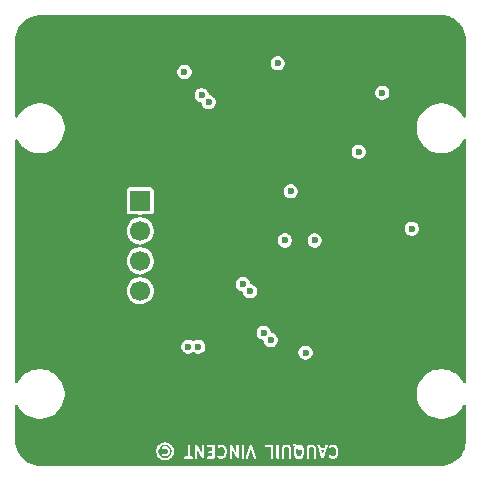
<source format=gbr>
%TF.GenerationSoftware,KiCad,Pcbnew,9.0.6*%
%TF.CreationDate,2026-01-08T09:33:55+01:00*%
%TF.ProjectId,Adapat_24pin_22pin,41646170-6174-45f3-9234-70696e5f3232,rev?*%
%TF.SameCoordinates,Original*%
%TF.FileFunction,Copper,L3,Inr*%
%TF.FilePolarity,Positive*%
%FSLAX46Y46*%
G04 Gerber Fmt 4.6, Leading zero omitted, Abs format (unit mm)*
G04 Created by KiCad (PCBNEW 9.0.6) date 2026-01-08 09:33:55*
%MOMM*%
%LPD*%
G01*
G04 APERTURE LIST*
%ADD10C,0.200000*%
%TA.AperFunction,ComponentPad*%
%ADD11R,1.700000X1.700000*%
%TD*%
%TA.AperFunction,ComponentPad*%
%ADD12C,1.700000*%
%TD*%
%TA.AperFunction,ViaPad*%
%ADD13C,0.600000*%
%TD*%
%TA.AperFunction,ViaPad*%
%ADD14C,1.200000*%
%TD*%
G04 APERTURE END LIST*
D10*
G36*
X29308015Y-52834584D02*
G01*
X29509820Y-52955667D01*
X29630902Y-53157470D01*
X29671202Y-53358971D01*
X29630902Y-53560470D01*
X29509820Y-53762274D01*
X29308015Y-53883357D01*
X29106516Y-53923657D01*
X28905017Y-53883357D01*
X28703212Y-53762274D01*
X28582130Y-53560469D01*
X28541830Y-53358971D01*
X28582130Y-53157470D01*
X28640163Y-53060749D01*
X28816825Y-53060749D01*
X28819591Y-53099669D01*
X28837040Y-53134568D01*
X28866517Y-53160133D01*
X28903532Y-53172472D01*
X28942452Y-53169706D01*
X28960761Y-53162700D01*
X29034886Y-53125638D01*
X29178148Y-53125638D01*
X29237756Y-53155442D01*
X29310046Y-53227732D01*
X29339850Y-53287340D01*
X29339850Y-53430602D01*
X29310046Y-53490210D01*
X29237756Y-53562499D01*
X29178148Y-53592304D01*
X29034886Y-53592304D01*
X28960761Y-53555242D01*
X28942452Y-53548236D01*
X28903532Y-53545470D01*
X28866517Y-53557809D01*
X28837040Y-53583374D01*
X28819591Y-53618273D01*
X28816825Y-53657193D01*
X28829164Y-53694208D01*
X28854729Y-53723685D01*
X28871319Y-53734128D01*
X28966558Y-53781747D01*
X28984866Y-53788753D01*
X28988449Y-53789007D01*
X28991770Y-53790383D01*
X29011279Y-53792304D01*
X29201755Y-53792304D01*
X29221264Y-53790383D01*
X29224584Y-53789007D01*
X29228168Y-53788753D01*
X29246476Y-53781747D01*
X29341714Y-53734128D01*
X29350110Y-53728842D01*
X29352550Y-53727832D01*
X29355296Y-53725578D01*
X29358304Y-53723685D01*
X29360033Y-53721690D01*
X29367704Y-53715396D01*
X29462942Y-53620158D01*
X29469233Y-53612491D01*
X29471231Y-53610759D01*
X29473126Y-53607747D01*
X29475378Y-53605004D01*
X29476387Y-53602566D01*
X29481674Y-53594168D01*
X29529293Y-53498931D01*
X29536299Y-53480622D01*
X29536553Y-53477038D01*
X29537929Y-53473718D01*
X29539850Y-53454209D01*
X29539850Y-53263733D01*
X29537929Y-53244224D01*
X29536553Y-53240903D01*
X29536299Y-53237320D01*
X29529293Y-53219011D01*
X29481674Y-53123774D01*
X29476387Y-53115375D01*
X29475378Y-53112938D01*
X29473126Y-53110194D01*
X29471231Y-53107183D01*
X29469233Y-53105450D01*
X29462942Y-53097784D01*
X29367704Y-53002546D01*
X29360033Y-52996251D01*
X29358304Y-52994257D01*
X29355296Y-52992363D01*
X29352550Y-52990110D01*
X29350110Y-52989099D01*
X29341714Y-52983814D01*
X29246476Y-52936195D01*
X29228168Y-52929189D01*
X29224584Y-52928934D01*
X29221264Y-52927559D01*
X29201755Y-52925638D01*
X29011279Y-52925638D01*
X28991770Y-52927559D01*
X28988449Y-52928934D01*
X28984866Y-52929189D01*
X28966558Y-52936195D01*
X28871319Y-52983814D01*
X28854729Y-52994257D01*
X28829164Y-53023734D01*
X28816825Y-53060749D01*
X28640163Y-53060749D01*
X28703212Y-52955667D01*
X28905016Y-52834584D01*
X29106516Y-52794284D01*
X29308015Y-52834584D01*
G37*
G36*
X40321520Y-53143967D02*
G01*
X40329186Y-53150259D01*
X40330919Y-53152257D01*
X40333927Y-53154150D01*
X40336673Y-53156404D01*
X40339113Y-53157414D01*
X40347510Y-53162700D01*
X40442747Y-53210319D01*
X40461056Y-53217325D01*
X40464639Y-53217579D01*
X40467960Y-53218955D01*
X40487469Y-53220876D01*
X40582707Y-53220876D01*
X40602216Y-53218955D01*
X40638264Y-53204023D01*
X40661319Y-53180967D01*
X40673183Y-53228423D01*
X40673183Y-53537137D01*
X40635268Y-53688796D01*
X40571089Y-53752975D01*
X40511481Y-53782780D01*
X40368219Y-53782780D01*
X40308611Y-53752976D01*
X40244432Y-53688797D01*
X40206517Y-53537137D01*
X40206517Y-53228424D01*
X40244432Y-53076764D01*
X40249374Y-53071821D01*
X40321520Y-53143967D01*
G37*
G36*
X40571087Y-53012583D02*
G01*
X40579380Y-53020876D01*
X40511076Y-53020876D01*
X40451466Y-52991071D01*
X40443175Y-52982780D01*
X40511482Y-52982780D01*
X40571087Y-53012583D01*
G37*
G36*
X42439850Y-53566552D02*
G01*
X42340498Y-53268495D01*
X42539203Y-53268495D01*
X42439850Y-53566552D01*
G37*
G36*
X43889056Y-54236749D02*
G01*
X28228739Y-54236749D01*
X28228739Y-53358866D01*
X28339850Y-53358866D01*
X28339870Y-53358971D01*
X28339850Y-53359076D01*
X28341792Y-53378583D01*
X28389411Y-53616677D01*
X28392966Y-53628354D01*
X28393330Y-53630798D01*
X28394395Y-53633048D01*
X28395121Y-53635431D01*
X28396496Y-53637484D01*
X28401720Y-53648516D01*
X28544577Y-53886610D01*
X28556261Y-53902351D01*
X28560209Y-53905276D01*
X28563136Y-53909226D01*
X28578876Y-53920910D01*
X28816971Y-54063768D01*
X28828002Y-54068991D01*
X28830056Y-54070367D01*
X28832439Y-54071092D01*
X28834689Y-54072158D01*
X28837132Y-54072521D01*
X28848809Y-54076077D01*
X29086905Y-54123696D01*
X29106412Y-54125638D01*
X29106517Y-54125617D01*
X29106622Y-54125638D01*
X29126129Y-54123696D01*
X29364223Y-54076077D01*
X29375899Y-54072521D01*
X29378345Y-54072158D01*
X29380596Y-54071091D01*
X29382977Y-54070367D01*
X29385029Y-54068992D01*
X29396062Y-54063768D01*
X29634157Y-53920910D01*
X29649898Y-53909225D01*
X29652823Y-53905276D01*
X29656772Y-53902351D01*
X29668456Y-53886611D01*
X29682460Y-53863271D01*
X30722724Y-53863271D01*
X30722724Y-53902289D01*
X30737656Y-53938337D01*
X30765246Y-53965927D01*
X30801294Y-53980859D01*
X30820803Y-53982780D01*
X31392231Y-53982780D01*
X31411740Y-53980859D01*
X31447788Y-53965927D01*
X31475378Y-53938337D01*
X31490310Y-53902289D01*
X31490310Y-53863271D01*
X31475378Y-53827223D01*
X31447788Y-53799633D01*
X31411740Y-53784701D01*
X31392231Y-53782780D01*
X31206517Y-53782780D01*
X31206517Y-52882780D01*
X31625565Y-52882780D01*
X31625565Y-53882780D01*
X31627486Y-53902289D01*
X31642418Y-53938337D01*
X31670008Y-53965927D01*
X31706056Y-53980859D01*
X31745074Y-53980859D01*
X31781122Y-53965927D01*
X31808712Y-53938337D01*
X31823644Y-53902289D01*
X31825565Y-53882780D01*
X31825565Y-53259336D01*
X32210169Y-53932394D01*
X32213087Y-53936504D01*
X32213846Y-53938337D01*
X32215712Y-53940203D01*
X32221516Y-53948379D01*
X32232032Y-53956523D01*
X32241436Y-53965927D01*
X32247323Y-53968365D01*
X32252365Y-53972270D01*
X32265197Y-53975769D01*
X32277484Y-53980859D01*
X32283860Y-53980859D01*
X32290009Y-53982536D01*
X32303202Y-53980859D01*
X32316502Y-53980859D01*
X32322390Y-53978419D01*
X32328715Y-53977616D01*
X32340264Y-53971015D01*
X32352550Y-53965927D01*
X32357057Y-53961419D01*
X32362592Y-53958257D01*
X32370736Y-53947740D01*
X32380140Y-53938337D01*
X32382578Y-53932449D01*
X32386483Y-53927408D01*
X32389982Y-53914575D01*
X32395072Y-53902289D01*
X32396054Y-53892311D01*
X32396749Y-53889765D01*
X32396498Y-53887797D01*
X32396993Y-53882780D01*
X32396993Y-52882780D01*
X32395072Y-52863271D01*
X32627486Y-52863271D01*
X32627486Y-52902289D01*
X32642418Y-52938337D01*
X32670008Y-52965927D01*
X32706056Y-52980859D01*
X32725565Y-52982780D01*
X33101755Y-52982780D01*
X33101755Y-53306590D01*
X32868422Y-53306590D01*
X32848913Y-53308511D01*
X32812865Y-53323443D01*
X32785275Y-53351033D01*
X32770343Y-53387081D01*
X32770343Y-53426099D01*
X32785275Y-53462147D01*
X32812865Y-53489737D01*
X32848913Y-53504669D01*
X32868422Y-53506590D01*
X33101755Y-53506590D01*
X33101755Y-53782780D01*
X32725565Y-53782780D01*
X32706056Y-53784701D01*
X32670008Y-53799633D01*
X32642418Y-53827223D01*
X32627486Y-53863271D01*
X32627486Y-53902289D01*
X32642418Y-53938337D01*
X32670008Y-53965927D01*
X32706056Y-53980859D01*
X32725565Y-53982780D01*
X33201755Y-53982780D01*
X33221264Y-53980859D01*
X33257312Y-53965927D01*
X33284902Y-53938337D01*
X33299834Y-53902289D01*
X33301755Y-53882780D01*
X33301755Y-52958510D01*
X33532248Y-52958510D01*
X33532248Y-52997528D01*
X33547180Y-53033576D01*
X33574770Y-53061166D01*
X33610818Y-53076098D01*
X33649836Y-53076098D01*
X33685884Y-53061166D01*
X33701038Y-53048730D01*
X33731964Y-53017802D01*
X33837031Y-52982780D01*
X33899814Y-52982780D01*
X34004878Y-53017802D01*
X34071951Y-53084875D01*
X34107403Y-53155780D01*
X34149374Y-53323661D01*
X34149374Y-53441899D01*
X34107403Y-53609780D01*
X34071951Y-53680686D01*
X34004878Y-53747758D01*
X33899814Y-53782780D01*
X33837029Y-53782780D01*
X33731964Y-53747758D01*
X33701038Y-53716831D01*
X33685884Y-53704395D01*
X33649836Y-53689463D01*
X33610818Y-53689463D01*
X33574770Y-53704395D01*
X33547180Y-53731985D01*
X33532248Y-53768033D01*
X33532248Y-53807051D01*
X33547180Y-53843099D01*
X33559616Y-53858253D01*
X33607235Y-53905871D01*
X33622388Y-53918308D01*
X33625707Y-53919682D01*
X33628423Y-53922038D01*
X33646323Y-53930029D01*
X33789180Y-53977648D01*
X33798852Y-53979847D01*
X33801294Y-53980859D01*
X33804831Y-53981207D01*
X33808295Y-53981995D01*
X33810929Y-53981807D01*
X33820803Y-53982780D01*
X33916041Y-53982780D01*
X33925914Y-53981807D01*
X33928548Y-53981995D01*
X33932011Y-53981207D01*
X33935550Y-53980859D01*
X33937992Y-53979847D01*
X33947664Y-53977648D01*
X34090520Y-53930029D01*
X34108421Y-53922038D01*
X34111136Y-53919682D01*
X34114455Y-53918308D01*
X34129609Y-53905872D01*
X34224847Y-53810634D01*
X34231138Y-53802967D01*
X34233136Y-53801235D01*
X34235031Y-53798223D01*
X34237283Y-53795480D01*
X34238292Y-53793042D01*
X34243579Y-53784644D01*
X34291198Y-53689407D01*
X34291744Y-53687978D01*
X34292174Y-53687399D01*
X34295095Y-53679222D01*
X34298204Y-53671098D01*
X34298255Y-53670377D01*
X34298769Y-53668939D01*
X34346388Y-53478463D01*
X34346888Y-53475081D01*
X34347453Y-53473718D01*
X34348176Y-53466367D01*
X34349256Y-53459070D01*
X34349038Y-53457611D01*
X34349374Y-53454209D01*
X34349374Y-53311352D01*
X34349038Y-53307949D01*
X34349256Y-53306491D01*
X34348176Y-53299193D01*
X34347453Y-53291843D01*
X34346888Y-53290479D01*
X34346388Y-53287098D01*
X34298769Y-53096622D01*
X34298255Y-53095183D01*
X34298204Y-53094463D01*
X34295095Y-53086338D01*
X34292174Y-53078162D01*
X34291744Y-53077582D01*
X34291198Y-53076154D01*
X34243579Y-52980917D01*
X34238292Y-52972518D01*
X34237283Y-52970081D01*
X34235031Y-52967337D01*
X34233136Y-52964326D01*
X34231138Y-52962593D01*
X34224847Y-52954927D01*
X34152700Y-52882780D01*
X34577946Y-52882780D01*
X34577946Y-53882780D01*
X34579867Y-53902289D01*
X34594799Y-53938337D01*
X34622389Y-53965927D01*
X34658437Y-53980859D01*
X34697455Y-53980859D01*
X34733503Y-53965927D01*
X34761093Y-53938337D01*
X34776025Y-53902289D01*
X34777946Y-53882780D01*
X34777946Y-53259336D01*
X35162550Y-53932394D01*
X35165468Y-53936504D01*
X35166227Y-53938337D01*
X35168093Y-53940203D01*
X35173897Y-53948379D01*
X35184413Y-53956523D01*
X35193817Y-53965927D01*
X35199704Y-53968365D01*
X35204746Y-53972270D01*
X35217578Y-53975769D01*
X35229865Y-53980859D01*
X35236241Y-53980859D01*
X35242390Y-53982536D01*
X35255583Y-53980859D01*
X35268883Y-53980859D01*
X35274771Y-53978419D01*
X35281096Y-53977616D01*
X35292645Y-53971015D01*
X35304931Y-53965927D01*
X35309438Y-53961419D01*
X35314973Y-53958257D01*
X35323117Y-53947740D01*
X35332521Y-53938337D01*
X35334959Y-53932449D01*
X35338864Y-53927408D01*
X35342363Y-53914575D01*
X35347453Y-53902289D01*
X35348435Y-53892311D01*
X35349130Y-53889765D01*
X35348879Y-53887797D01*
X35349374Y-53882780D01*
X35349374Y-52882780D01*
X35625564Y-52882780D01*
X35625564Y-53882780D01*
X35627485Y-53902289D01*
X35642417Y-53938337D01*
X35670007Y-53965927D01*
X35706055Y-53980859D01*
X35745073Y-53980859D01*
X35781121Y-53965927D01*
X35808711Y-53938337D01*
X35823643Y-53902289D01*
X35825564Y-53882780D01*
X35825564Y-53870273D01*
X35959683Y-53870273D01*
X35962449Y-53909193D01*
X35979899Y-53944092D01*
X36009375Y-53969657D01*
X36046391Y-53981995D01*
X36085311Y-53979229D01*
X36120210Y-53961779D01*
X36145775Y-53932303D01*
X36153766Y-53914403D01*
X36392231Y-53199007D01*
X36630696Y-53914402D01*
X36638687Y-53932303D01*
X36664252Y-53961779D01*
X36699151Y-53979228D01*
X36738071Y-53981995D01*
X36775087Y-53969656D01*
X36804563Y-53944091D01*
X36822013Y-53909192D01*
X36824779Y-53870272D01*
X36820432Y-53851157D01*
X36491137Y-52863271D01*
X37579867Y-52863271D01*
X37579867Y-52902289D01*
X37594799Y-52938337D01*
X37622389Y-52965927D01*
X37658437Y-52980859D01*
X37677946Y-52982780D01*
X38054136Y-52982780D01*
X38054136Y-53882780D01*
X38056057Y-53902289D01*
X38070989Y-53938337D01*
X38098579Y-53965927D01*
X38134627Y-53980859D01*
X38173645Y-53980859D01*
X38209693Y-53965927D01*
X38237283Y-53938337D01*
X38252215Y-53902289D01*
X38254136Y-53882780D01*
X38254136Y-52882780D01*
X38530326Y-52882780D01*
X38530326Y-53882780D01*
X38532247Y-53902289D01*
X38547179Y-53938337D01*
X38574769Y-53965927D01*
X38610817Y-53980859D01*
X38649835Y-53980859D01*
X38685883Y-53965927D01*
X38713473Y-53938337D01*
X38728405Y-53902289D01*
X38730326Y-53882780D01*
X38730326Y-53073257D01*
X39006517Y-53073257D01*
X39006517Y-53882780D01*
X39008438Y-53902289D01*
X39023370Y-53938337D01*
X39050960Y-53965927D01*
X39087008Y-53980859D01*
X39126026Y-53980859D01*
X39162074Y-53965927D01*
X39189664Y-53938337D01*
X39204596Y-53902289D01*
X39206517Y-53882780D01*
X39206517Y-53096864D01*
X39236322Y-53037254D01*
X39260991Y-53012584D01*
X39320599Y-52982780D01*
X39463863Y-52982780D01*
X39523469Y-53012583D01*
X39548140Y-53037254D01*
X39577945Y-53096864D01*
X39577945Y-53882780D01*
X39579866Y-53902289D01*
X39594798Y-53938337D01*
X39622388Y-53965927D01*
X39658436Y-53980859D01*
X39697454Y-53980859D01*
X39733502Y-53965927D01*
X39761092Y-53938337D01*
X39776024Y-53902289D01*
X39777945Y-53882780D01*
X39777945Y-53073257D01*
X39776024Y-53053748D01*
X39774648Y-53050427D01*
X39774394Y-53046844D01*
X39767388Y-53028535D01*
X39719769Y-52933298D01*
X39714483Y-52924901D01*
X39713473Y-52922461D01*
X39711219Y-52919715D01*
X39709326Y-52916707D01*
X39707328Y-52914974D01*
X39701036Y-52907308D01*
X39653418Y-52859689D01*
X39645751Y-52853397D01*
X39644020Y-52851401D01*
X39641009Y-52849506D01*
X39638264Y-52847253D01*
X39635824Y-52846242D01*
X39627429Y-52840958D01*
X39545613Y-52800049D01*
X39959683Y-52800049D01*
X39972022Y-52837065D01*
X39997586Y-52866542D01*
X40014177Y-52876985D01*
X40094901Y-52917347D01*
X40107952Y-52930399D01*
X40083425Y-52954927D01*
X40070989Y-52970081D01*
X40068143Y-52976949D01*
X40063717Y-52982924D01*
X40057122Y-53001385D01*
X40009503Y-53191860D01*
X40009002Y-53195241D01*
X40008438Y-53196605D01*
X40007714Y-53203955D01*
X40006635Y-53211253D01*
X40006852Y-53212711D01*
X40006517Y-53216114D01*
X40006517Y-53549447D01*
X40006852Y-53552849D01*
X40006635Y-53554308D01*
X40007714Y-53561605D01*
X40008438Y-53568956D01*
X40009002Y-53570319D01*
X40009503Y-53573701D01*
X40057122Y-53764176D01*
X40063717Y-53782637D01*
X40068143Y-53788611D01*
X40070989Y-53795480D01*
X40083425Y-53810634D01*
X40178663Y-53905872D01*
X40186329Y-53912163D01*
X40188062Y-53914161D01*
X40191073Y-53916056D01*
X40193817Y-53918308D01*
X40196254Y-53919317D01*
X40204653Y-53924604D01*
X40299890Y-53972223D01*
X40318199Y-53979229D01*
X40321782Y-53979483D01*
X40325103Y-53980859D01*
X40344612Y-53982780D01*
X40535088Y-53982780D01*
X40554597Y-53980859D01*
X40557917Y-53979483D01*
X40561501Y-53979229D01*
X40579809Y-53972223D01*
X40675047Y-53924604D01*
X40683443Y-53919318D01*
X40685883Y-53918308D01*
X40688629Y-53916054D01*
X40691637Y-53914161D01*
X40693366Y-53912166D01*
X40701037Y-53905872D01*
X40796275Y-53810634D01*
X40808711Y-53795480D01*
X40811556Y-53788611D01*
X40815983Y-53782637D01*
X40822578Y-53764177D01*
X40870197Y-53573701D01*
X40870697Y-53570319D01*
X40871262Y-53568956D01*
X40871985Y-53561605D01*
X40873065Y-53554308D01*
X40872847Y-53552849D01*
X40873183Y-53549447D01*
X40873183Y-53216114D01*
X40872847Y-53212711D01*
X40873065Y-53211253D01*
X40871985Y-53203955D01*
X40871262Y-53196605D01*
X40870697Y-53195241D01*
X40870197Y-53191860D01*
X40840546Y-53073257D01*
X41101755Y-53073257D01*
X41101755Y-53882780D01*
X41103676Y-53902289D01*
X41118608Y-53938337D01*
X41146198Y-53965927D01*
X41182246Y-53980859D01*
X41221264Y-53980859D01*
X41257312Y-53965927D01*
X41284902Y-53938337D01*
X41299834Y-53902289D01*
X41301755Y-53882780D01*
X41301755Y-53096864D01*
X41331560Y-53037254D01*
X41356229Y-53012584D01*
X41415837Y-52982780D01*
X41559101Y-52982780D01*
X41618707Y-53012583D01*
X41643378Y-53037254D01*
X41673183Y-53096864D01*
X41673183Y-53882780D01*
X41675104Y-53902289D01*
X41690036Y-53938337D01*
X41717626Y-53965927D01*
X41753674Y-53980859D01*
X41792692Y-53980859D01*
X41828740Y-53965927D01*
X41856330Y-53938337D01*
X41871262Y-53902289D01*
X41873183Y-53882780D01*
X41873183Y-53073257D01*
X41871262Y-53053748D01*
X41869886Y-53050427D01*
X41869632Y-53046844D01*
X41862626Y-53028535D01*
X41815007Y-52933298D01*
X41809721Y-52924901D01*
X41808711Y-52922461D01*
X41806457Y-52919715D01*
X41804564Y-52916707D01*
X41802566Y-52914974D01*
X41796274Y-52907308D01*
X41784253Y-52895287D01*
X42007302Y-52895287D01*
X42011649Y-52914403D01*
X42344982Y-53914402D01*
X42352973Y-53932303D01*
X42357656Y-53937702D01*
X42360851Y-53944092D01*
X42370322Y-53952307D01*
X42378538Y-53961779D01*
X42384926Y-53964973D01*
X42390327Y-53969657D01*
X42402228Y-53973624D01*
X42413437Y-53979228D01*
X42420561Y-53979734D01*
X42427343Y-53981995D01*
X42439852Y-53981105D01*
X42452357Y-53981995D01*
X42459135Y-53979735D01*
X42466263Y-53979229D01*
X42477479Y-53973620D01*
X42489373Y-53969656D01*
X42494770Y-53964975D01*
X42501162Y-53961779D01*
X42509380Y-53952303D01*
X42518849Y-53944091D01*
X42522042Y-53937704D01*
X42526727Y-53932303D01*
X42534718Y-53914403D01*
X42853349Y-52958510D01*
X42960819Y-52958510D01*
X42960819Y-52997528D01*
X42975751Y-53033576D01*
X43003341Y-53061166D01*
X43039389Y-53076098D01*
X43078407Y-53076098D01*
X43114455Y-53061166D01*
X43129609Y-53048730D01*
X43160535Y-53017802D01*
X43265602Y-52982780D01*
X43328385Y-52982780D01*
X43433449Y-53017802D01*
X43500522Y-53084875D01*
X43535974Y-53155780D01*
X43577945Y-53323661D01*
X43577945Y-53441899D01*
X43535974Y-53609780D01*
X43500522Y-53680686D01*
X43433449Y-53747758D01*
X43328385Y-53782780D01*
X43265600Y-53782780D01*
X43160535Y-53747758D01*
X43129609Y-53716831D01*
X43114455Y-53704395D01*
X43078407Y-53689463D01*
X43039389Y-53689463D01*
X43003341Y-53704395D01*
X42975751Y-53731985D01*
X42960819Y-53768033D01*
X42960819Y-53807051D01*
X42975751Y-53843099D01*
X42988187Y-53858253D01*
X43035806Y-53905871D01*
X43050959Y-53918308D01*
X43054278Y-53919682D01*
X43056994Y-53922038D01*
X43074894Y-53930029D01*
X43217751Y-53977648D01*
X43227423Y-53979847D01*
X43229865Y-53980859D01*
X43233402Y-53981207D01*
X43236866Y-53981995D01*
X43239500Y-53981807D01*
X43249374Y-53982780D01*
X43344612Y-53982780D01*
X43354485Y-53981807D01*
X43357119Y-53981995D01*
X43360582Y-53981207D01*
X43364121Y-53980859D01*
X43366563Y-53979847D01*
X43376235Y-53977648D01*
X43519091Y-53930029D01*
X43536992Y-53922038D01*
X43539707Y-53919682D01*
X43543026Y-53918308D01*
X43558180Y-53905872D01*
X43653418Y-53810634D01*
X43659709Y-53802967D01*
X43661707Y-53801235D01*
X43663602Y-53798223D01*
X43665854Y-53795480D01*
X43666863Y-53793042D01*
X43672150Y-53784644D01*
X43719769Y-53689407D01*
X43720315Y-53687978D01*
X43720745Y-53687399D01*
X43723666Y-53679222D01*
X43726775Y-53671098D01*
X43726826Y-53670377D01*
X43727340Y-53668939D01*
X43774959Y-53478463D01*
X43775459Y-53475081D01*
X43776024Y-53473718D01*
X43776747Y-53466367D01*
X43777827Y-53459070D01*
X43777609Y-53457611D01*
X43777945Y-53454209D01*
X43777945Y-53311352D01*
X43777609Y-53307949D01*
X43777827Y-53306491D01*
X43776747Y-53299193D01*
X43776024Y-53291843D01*
X43775459Y-53290479D01*
X43774959Y-53287098D01*
X43727340Y-53096622D01*
X43726826Y-53095183D01*
X43726775Y-53094463D01*
X43723666Y-53086338D01*
X43720745Y-53078162D01*
X43720315Y-53077582D01*
X43719769Y-53076154D01*
X43672150Y-52980917D01*
X43666863Y-52972518D01*
X43665854Y-52970081D01*
X43663602Y-52967337D01*
X43661707Y-52964326D01*
X43659709Y-52962593D01*
X43653418Y-52954927D01*
X43558180Y-52859689D01*
X43543026Y-52847253D01*
X43539707Y-52845878D01*
X43536993Y-52843524D01*
X43519093Y-52835532D01*
X43376235Y-52787912D01*
X43366562Y-52785712D01*
X43364121Y-52784701D01*
X43360583Y-52784352D01*
X43357120Y-52783565D01*
X43354485Y-52783752D01*
X43344612Y-52782780D01*
X43249374Y-52782780D01*
X43239500Y-52783752D01*
X43236866Y-52783565D01*
X43233402Y-52784352D01*
X43229865Y-52784701D01*
X43227423Y-52785712D01*
X43217751Y-52787912D01*
X43074894Y-52835532D01*
X43056993Y-52843524D01*
X43054278Y-52845877D01*
X43050959Y-52847253D01*
X43035806Y-52859690D01*
X42988187Y-52907308D01*
X42975751Y-52922462D01*
X42960819Y-52958510D01*
X42853349Y-52958510D01*
X42868051Y-52914403D01*
X42872398Y-52895288D01*
X42869632Y-52856368D01*
X42852182Y-52821469D01*
X42822706Y-52795904D01*
X42785690Y-52783565D01*
X42746770Y-52786332D01*
X42711871Y-52803781D01*
X42686306Y-52833257D01*
X42678315Y-52851158D01*
X42605869Y-53068495D01*
X42273831Y-53068495D01*
X42201385Y-52851157D01*
X42193394Y-52833257D01*
X42167829Y-52803781D01*
X42132930Y-52786331D01*
X42094010Y-52783565D01*
X42056994Y-52795903D01*
X42027518Y-52821468D01*
X42010068Y-52856367D01*
X42007302Y-52895287D01*
X41784253Y-52895287D01*
X41748656Y-52859689D01*
X41740989Y-52853397D01*
X41739258Y-52851401D01*
X41736247Y-52849506D01*
X41733502Y-52847253D01*
X41731062Y-52846242D01*
X41722667Y-52840958D01*
X41627429Y-52793338D01*
X41609121Y-52786331D01*
X41605535Y-52786076D01*
X41602216Y-52784701D01*
X41582707Y-52782780D01*
X41392231Y-52782780D01*
X41372722Y-52784701D01*
X41369401Y-52786076D01*
X41365818Y-52786331D01*
X41347509Y-52793338D01*
X41252271Y-52840958D01*
X41243878Y-52846241D01*
X41241435Y-52847253D01*
X41238685Y-52849509D01*
X41235681Y-52851401D01*
X41233951Y-52853395D01*
X41226282Y-52859690D01*
X41178663Y-52907308D01*
X41172368Y-52914978D01*
X41170374Y-52916708D01*
X41168480Y-52919715D01*
X41166227Y-52922462D01*
X41165216Y-52924901D01*
X41159931Y-52933298D01*
X41112312Y-53028536D01*
X41105306Y-53046844D01*
X41105051Y-53050427D01*
X41103676Y-53053748D01*
X41101755Y-53073257D01*
X40840546Y-53073257D01*
X40822578Y-53001384D01*
X40815983Y-52982924D01*
X40811556Y-52976949D01*
X40808711Y-52970081D01*
X40796275Y-52954927D01*
X40701037Y-52859689D01*
X40693370Y-52853397D01*
X40691639Y-52851401D01*
X40688628Y-52849506D01*
X40685883Y-52847253D01*
X40683443Y-52846242D01*
X40675048Y-52840958D01*
X40579810Y-52793338D01*
X40561502Y-52786331D01*
X40557916Y-52786076D01*
X40554597Y-52784701D01*
X40535088Y-52782780D01*
X40344612Y-52782780D01*
X40325103Y-52784701D01*
X40321782Y-52786076D01*
X40318199Y-52786331D01*
X40299890Y-52793338D01*
X40269119Y-52808723D01*
X40224847Y-52764451D01*
X40217177Y-52758155D01*
X40215447Y-52756161D01*
X40212441Y-52754269D01*
X40209694Y-52752014D01*
X40207252Y-52751002D01*
X40198857Y-52745718D01*
X40103619Y-52698099D01*
X40085311Y-52691093D01*
X40046391Y-52688327D01*
X40009375Y-52700666D01*
X39979898Y-52726230D01*
X39962449Y-52761129D01*
X39959683Y-52800049D01*
X39545613Y-52800049D01*
X39532191Y-52793338D01*
X39513883Y-52786331D01*
X39510297Y-52786076D01*
X39506978Y-52784701D01*
X39487469Y-52782780D01*
X39296993Y-52782780D01*
X39277484Y-52784701D01*
X39274163Y-52786076D01*
X39270580Y-52786331D01*
X39252271Y-52793338D01*
X39157033Y-52840958D01*
X39148640Y-52846241D01*
X39146197Y-52847253D01*
X39143447Y-52849509D01*
X39140443Y-52851401D01*
X39138713Y-52853395D01*
X39131044Y-52859690D01*
X39083425Y-52907308D01*
X39077130Y-52914978D01*
X39075136Y-52916708D01*
X39073242Y-52919715D01*
X39070989Y-52922462D01*
X39069978Y-52924901D01*
X39064693Y-52933298D01*
X39017074Y-53028536D01*
X39010068Y-53046844D01*
X39009813Y-53050427D01*
X39008438Y-53053748D01*
X39006517Y-53073257D01*
X38730326Y-53073257D01*
X38730326Y-52882780D01*
X38728405Y-52863271D01*
X38713473Y-52827223D01*
X38685883Y-52799633D01*
X38649835Y-52784701D01*
X38610817Y-52784701D01*
X38574769Y-52799633D01*
X38547179Y-52827223D01*
X38532247Y-52863271D01*
X38530326Y-52882780D01*
X38254136Y-52882780D01*
X38252215Y-52863271D01*
X38237283Y-52827223D01*
X38209693Y-52799633D01*
X38173645Y-52784701D01*
X38154136Y-52782780D01*
X37677946Y-52782780D01*
X37658437Y-52784701D01*
X37622389Y-52799633D01*
X37594799Y-52827223D01*
X37579867Y-52863271D01*
X36491137Y-52863271D01*
X36487099Y-52851157D01*
X36479108Y-52833257D01*
X36474423Y-52827855D01*
X36471230Y-52821469D01*
X36461761Y-52813256D01*
X36453543Y-52803781D01*
X36447151Y-52800584D01*
X36441754Y-52795904D01*
X36429860Y-52791939D01*
X36418644Y-52786331D01*
X36411516Y-52785824D01*
X36404738Y-52783565D01*
X36392233Y-52784454D01*
X36379724Y-52783565D01*
X36372942Y-52785825D01*
X36365818Y-52786332D01*
X36354609Y-52791935D01*
X36342708Y-52795903D01*
X36337307Y-52800586D01*
X36330919Y-52803781D01*
X36322703Y-52813252D01*
X36313232Y-52821468D01*
X36310037Y-52827857D01*
X36305354Y-52833257D01*
X36297363Y-52851158D01*
X35964030Y-53851157D01*
X35959683Y-53870273D01*
X35825564Y-53870273D01*
X35825564Y-52882780D01*
X35823643Y-52863271D01*
X35808711Y-52827223D01*
X35781121Y-52799633D01*
X35745073Y-52784701D01*
X35706055Y-52784701D01*
X35670007Y-52799633D01*
X35642417Y-52827223D01*
X35627485Y-52863271D01*
X35625564Y-52882780D01*
X35349374Y-52882780D01*
X35347453Y-52863271D01*
X35332521Y-52827223D01*
X35304931Y-52799633D01*
X35268883Y-52784701D01*
X35229865Y-52784701D01*
X35193817Y-52799633D01*
X35166227Y-52827223D01*
X35151295Y-52863271D01*
X35149374Y-52882780D01*
X35149374Y-53506223D01*
X34764770Y-52833166D01*
X34761851Y-52829055D01*
X34761093Y-52827223D01*
X34759226Y-52825356D01*
X34753423Y-52817181D01*
X34742908Y-52809038D01*
X34733503Y-52799633D01*
X34727612Y-52797193D01*
X34722574Y-52793291D01*
X34709745Y-52789792D01*
X34697455Y-52784701D01*
X34691080Y-52784701D01*
X34684931Y-52783024D01*
X34671738Y-52784701D01*
X34658437Y-52784701D01*
X34652548Y-52787140D01*
X34646224Y-52787944D01*
X34634674Y-52794544D01*
X34622389Y-52799633D01*
X34617881Y-52804140D01*
X34612347Y-52807303D01*
X34604204Y-52817817D01*
X34594799Y-52827223D01*
X34592359Y-52833113D01*
X34588457Y-52838152D01*
X34584958Y-52850980D01*
X34579867Y-52863271D01*
X34578884Y-52873248D01*
X34578190Y-52875795D01*
X34578440Y-52877762D01*
X34577946Y-52882780D01*
X34152700Y-52882780D01*
X34129609Y-52859689D01*
X34114455Y-52847253D01*
X34111136Y-52845878D01*
X34108422Y-52843524D01*
X34090522Y-52835532D01*
X33947664Y-52787912D01*
X33937991Y-52785712D01*
X33935550Y-52784701D01*
X33932012Y-52784352D01*
X33928549Y-52783565D01*
X33925914Y-52783752D01*
X33916041Y-52782780D01*
X33820803Y-52782780D01*
X33810929Y-52783752D01*
X33808295Y-52783565D01*
X33804831Y-52784352D01*
X33801294Y-52784701D01*
X33798852Y-52785712D01*
X33789180Y-52787912D01*
X33646323Y-52835532D01*
X33628422Y-52843524D01*
X33625707Y-52845877D01*
X33622388Y-52847253D01*
X33607235Y-52859690D01*
X33559616Y-52907308D01*
X33547180Y-52922462D01*
X33532248Y-52958510D01*
X33301755Y-52958510D01*
X33301755Y-52882780D01*
X33299834Y-52863271D01*
X33284902Y-52827223D01*
X33257312Y-52799633D01*
X33221264Y-52784701D01*
X33201755Y-52782780D01*
X32725565Y-52782780D01*
X32706056Y-52784701D01*
X32670008Y-52799633D01*
X32642418Y-52827223D01*
X32627486Y-52863271D01*
X32395072Y-52863271D01*
X32380140Y-52827223D01*
X32352550Y-52799633D01*
X32316502Y-52784701D01*
X32277484Y-52784701D01*
X32241436Y-52799633D01*
X32213846Y-52827223D01*
X32198914Y-52863271D01*
X32196993Y-52882780D01*
X32196993Y-53506223D01*
X31812389Y-52833166D01*
X31809470Y-52829055D01*
X31808712Y-52827223D01*
X31806845Y-52825356D01*
X31801042Y-52817181D01*
X31790527Y-52809038D01*
X31781122Y-52799633D01*
X31775231Y-52797193D01*
X31770193Y-52793291D01*
X31757364Y-52789792D01*
X31745074Y-52784701D01*
X31738699Y-52784701D01*
X31732550Y-52783024D01*
X31719357Y-52784701D01*
X31706056Y-52784701D01*
X31700167Y-52787140D01*
X31693843Y-52787944D01*
X31682293Y-52794544D01*
X31670008Y-52799633D01*
X31665500Y-52804140D01*
X31659966Y-52807303D01*
X31651823Y-52817817D01*
X31642418Y-52827223D01*
X31639978Y-52833113D01*
X31636076Y-52838152D01*
X31632577Y-52850980D01*
X31627486Y-52863271D01*
X31626503Y-52873248D01*
X31625809Y-52875795D01*
X31626059Y-52877762D01*
X31625565Y-52882780D01*
X31206517Y-52882780D01*
X31204596Y-52863271D01*
X31189664Y-52827223D01*
X31162074Y-52799633D01*
X31126026Y-52784701D01*
X31087008Y-52784701D01*
X31050960Y-52799633D01*
X31023370Y-52827223D01*
X31008438Y-52863271D01*
X31006517Y-52882780D01*
X31006517Y-53782780D01*
X30820803Y-53782780D01*
X30801294Y-53784701D01*
X30765246Y-53799633D01*
X30737656Y-53827223D01*
X30722724Y-53863271D01*
X29682460Y-53863271D01*
X29811313Y-53648516D01*
X29816536Y-53637484D01*
X29817912Y-53635431D01*
X29818637Y-53633047D01*
X29819703Y-53630798D01*
X29820066Y-53628354D01*
X29823622Y-53616678D01*
X29871241Y-53378583D01*
X29873183Y-53359076D01*
X29873162Y-53358971D01*
X29873183Y-53358866D01*
X29871241Y-53339359D01*
X29823622Y-53101264D01*
X29820066Y-53089587D01*
X29819703Y-53087144D01*
X29818637Y-53084894D01*
X29817912Y-53082511D01*
X29816535Y-53080456D01*
X29811313Y-53069427D01*
X29668456Y-52831331D01*
X29656772Y-52815590D01*
X29652822Y-52812664D01*
X29649897Y-52808715D01*
X29634156Y-52797031D01*
X29396062Y-52654174D01*
X29385030Y-52648950D01*
X29382977Y-52647575D01*
X29380594Y-52646849D01*
X29378344Y-52645784D01*
X29375900Y-52645420D01*
X29364223Y-52641865D01*
X29126129Y-52594246D01*
X29106622Y-52592304D01*
X29106517Y-52592324D01*
X29106412Y-52592304D01*
X29086905Y-52594246D01*
X28848809Y-52641865D01*
X28837132Y-52645420D01*
X28834689Y-52645784D01*
X28832439Y-52646849D01*
X28830056Y-52647575D01*
X28828002Y-52648950D01*
X28816971Y-52654174D01*
X28578876Y-52797031D01*
X28563136Y-52808715D01*
X28560209Y-52812664D01*
X28556261Y-52815590D01*
X28544577Y-52831331D01*
X28401720Y-53069427D01*
X28396496Y-53080456D01*
X28395121Y-53082511D01*
X28394395Y-53084894D01*
X28393330Y-53087144D01*
X28392966Y-53089587D01*
X28389411Y-53101265D01*
X28341792Y-53339359D01*
X28339850Y-53358866D01*
X28228739Y-53358866D01*
X28228739Y-52481193D01*
X43889056Y-52481193D01*
X43889056Y-54236749D01*
G37*
D11*
%TO.N,/SEN_PEN*%
%TO.C,J3*%
X27000000Y-32150000D03*
D12*
%TO.N,/DMIC_DAT*%
X27000000Y-34690000D03*
%TO.N,/DMIC_CLK*%
X27000000Y-37230000D03*
%TO.N,/ILED*%
X27000000Y-39770000D03*
%TD*%
D13*
%TO.N,GND*%
X31000000Y-40750000D03*
D14*
X43000000Y-40000000D03*
D13*
X21250000Y-34500000D03*
X20250000Y-42000000D03*
X53000000Y-37500000D03*
D14*
X21500000Y-45000000D03*
X35250000Y-49750000D03*
X48000000Y-21000000D03*
D13*
X51750000Y-18000000D03*
X46750000Y-18000000D03*
D14*
X53000000Y-21000000D03*
D13*
X27000000Y-19000000D03*
X17500000Y-33000000D03*
D14*
X50500000Y-42000000D03*
X49250000Y-40500000D03*
D13*
X48000000Y-40500000D03*
X24500000Y-26250000D03*
X51750000Y-21000000D03*
D14*
X17500000Y-19500000D03*
D13*
X25000000Y-34500000D03*
X37750000Y-17000000D03*
D14*
X26750000Y-50250000D03*
X51750000Y-19500000D03*
D13*
X35250000Y-17000000D03*
X30000000Y-35500000D03*
D14*
X21250000Y-30000000D03*
D13*
X49250000Y-24000000D03*
D14*
X49000000Y-29500000D03*
D13*
X50500000Y-37500000D03*
X33000000Y-48500000D03*
X29000000Y-36250000D03*
X18750000Y-22500000D03*
X44000000Y-17000000D03*
D14*
X53000000Y-18000000D03*
D13*
X17500000Y-42000000D03*
X35500000Y-38000000D03*
D14*
X18750000Y-30000000D03*
D13*
X50500000Y-40500000D03*
D14*
X51750000Y-43500000D03*
D13*
X44500000Y-30500000D03*
D14*
X17500000Y-40500000D03*
D13*
X24500000Y-21500000D03*
X23250000Y-42000000D03*
D14*
X46000000Y-26000000D03*
D13*
X34000000Y-27000000D03*
D14*
X25500000Y-25500000D03*
D13*
X24500000Y-23250000D03*
X23250000Y-45000000D03*
X26500000Y-23250000D03*
D14*
X17500000Y-31500000D03*
X18750000Y-21000000D03*
D13*
X46750000Y-45000000D03*
D14*
X27000000Y-20500000D03*
X50500000Y-45000000D03*
X28500000Y-19500000D03*
D13*
X32750000Y-17000000D03*
X17500000Y-18000000D03*
D14*
X23250000Y-43500000D03*
X51750000Y-37500000D03*
X50500000Y-39000000D03*
X53000000Y-45000000D03*
X23250000Y-40500000D03*
D13*
X48000000Y-43500000D03*
X20000000Y-33000000D03*
D14*
X30000000Y-43000000D03*
X44750000Y-24500000D03*
X21750000Y-39000000D03*
D13*
X18750000Y-31500000D03*
X18750000Y-43500000D03*
D14*
X45500000Y-50250000D03*
D13*
X50500000Y-17000000D03*
D14*
X48000000Y-39000000D03*
D13*
X23750000Y-36500000D03*
X29000000Y-31750000D03*
X21750000Y-40500000D03*
X29000000Y-34750000D03*
X53000000Y-40500000D03*
X18750000Y-34500000D03*
X17500000Y-36000000D03*
X34500000Y-26500000D03*
X39000000Y-48500000D03*
X36000000Y-48500000D03*
X29000000Y-42250000D03*
X24500000Y-24750000D03*
X40250000Y-17000000D03*
D14*
X17500000Y-34500000D03*
X38250000Y-49750000D03*
D13*
X22500000Y-18000000D03*
D14*
X46750000Y-37500000D03*
D13*
X35500000Y-32000000D03*
X53000000Y-22500000D03*
D14*
X48000000Y-18000000D03*
X20000000Y-34500000D03*
X21250000Y-33000000D03*
D13*
X21500000Y-43500000D03*
X23250000Y-39000000D03*
X31000000Y-42250000D03*
X24250000Y-33750000D03*
X29000000Y-28750000D03*
D14*
X23250000Y-46500000D03*
X21250000Y-24000000D03*
D13*
X24500000Y-46500000D03*
X42750000Y-17000000D03*
D14*
X49250000Y-22500000D03*
D13*
X36500000Y-17000000D03*
D14*
X43000000Y-46000000D03*
D13*
X35482999Y-30000000D03*
X51750000Y-39000000D03*
X48000000Y-17000000D03*
D14*
X53000000Y-42000000D03*
D13*
X21250000Y-25500000D03*
D14*
X36750000Y-49750000D03*
X27000000Y-24500000D03*
D13*
X53000000Y-43500000D03*
X20000000Y-30000000D03*
D14*
X18750000Y-33000000D03*
D13*
X49250000Y-42000000D03*
X37150000Y-42150000D03*
X25000000Y-37750000D03*
X25500000Y-24000000D03*
X35500000Y-33500000D03*
X48000000Y-46500000D03*
D14*
X49250000Y-37500000D03*
D13*
X18750000Y-40500000D03*
X17500000Y-45000000D03*
X24500000Y-30500000D03*
D14*
X49000000Y-33000000D03*
D13*
X49250000Y-36000000D03*
X21500000Y-46500000D03*
D14*
X17500000Y-43500000D03*
D13*
X29000000Y-37750000D03*
X50500000Y-22500000D03*
D14*
X30000000Y-40000000D03*
D13*
X45750000Y-35250000D03*
X46000000Y-24500000D03*
D14*
X49250000Y-19500000D03*
D13*
X50500000Y-43500000D03*
D14*
X24500000Y-45000000D03*
X18750000Y-42000000D03*
X17500000Y-28750000D03*
D13*
X29000000Y-30250000D03*
X39000000Y-17000000D03*
D14*
X30000000Y-37000000D03*
X49250000Y-46500000D03*
D13*
X34500000Y-48500000D03*
D14*
X48000000Y-36000000D03*
D13*
X48000000Y-37500000D03*
D14*
X48000000Y-42000000D03*
X46750000Y-46500000D03*
D13*
X24500000Y-27500000D03*
D14*
X20000000Y-28750000D03*
D13*
X21250000Y-19500000D03*
X21250000Y-31500000D03*
D14*
X21250000Y-21000000D03*
X51750000Y-22500000D03*
X32250000Y-49750000D03*
D13*
X21250000Y-28500000D03*
D14*
X21250000Y-18000000D03*
D13*
X35500000Y-31000000D03*
D14*
X17500000Y-22500000D03*
D13*
X46750000Y-42000000D03*
D14*
X50500000Y-18000000D03*
X39809597Y-49754438D03*
D13*
X35500000Y-37000000D03*
X30000000Y-41500000D03*
D14*
X20250000Y-40500000D03*
D13*
X35482999Y-29000000D03*
D14*
X30000000Y-28000000D03*
X50500000Y-21000000D03*
X30000000Y-31000000D03*
D13*
X20000000Y-18000000D03*
X51750000Y-45000000D03*
X50500000Y-46500000D03*
X50500000Y-19500000D03*
X18750000Y-19500000D03*
D14*
X43000000Y-37000000D03*
D13*
X42000000Y-30500000D03*
D14*
X20250000Y-37500000D03*
X25500000Y-28500000D03*
X46750000Y-19500000D03*
X20000000Y-22500000D03*
D13*
X53000000Y-19500000D03*
X17500000Y-21000000D03*
D14*
X20000000Y-31500000D03*
D13*
X49250000Y-39000000D03*
D14*
X20000000Y-19500000D03*
D13*
X51750000Y-42000000D03*
D14*
X49250000Y-43500000D03*
D13*
X20000000Y-21000000D03*
D14*
X20250000Y-43500000D03*
D13*
X25500000Y-30000000D03*
X26500000Y-26250000D03*
D14*
X46750000Y-43500000D03*
X43000000Y-43000000D03*
D13*
X48000000Y-19500000D03*
D14*
X18750000Y-45000000D03*
D13*
X41500000Y-17000000D03*
X39500000Y-45500000D03*
X29000000Y-40750000D03*
D14*
X18750000Y-36000000D03*
D13*
X29000000Y-33250000D03*
X43000000Y-44500000D03*
D14*
X45500000Y-18000000D03*
D13*
X30000000Y-38500000D03*
X49250000Y-18000000D03*
X24500000Y-20250000D03*
X21740000Y-37500000D03*
D14*
X18750000Y-18000000D03*
X17500000Y-37500000D03*
D13*
X17500000Y-39000000D03*
X25500000Y-27000000D03*
X24500000Y-29250000D03*
X31000000Y-26750000D03*
X30000000Y-32500000D03*
X43000000Y-41500000D03*
D14*
X21500000Y-42000000D03*
X53000000Y-39000000D03*
D13*
X18750000Y-28750000D03*
X17500000Y-30000000D03*
X43000000Y-38500000D03*
X20000000Y-36000000D03*
X34000000Y-17000000D03*
X46750000Y-39000000D03*
D14*
X25500000Y-22500000D03*
D13*
X26500000Y-21500000D03*
D14*
X46750000Y-40500000D03*
D13*
X20250000Y-45000000D03*
X29000000Y-39250000D03*
X45500000Y-17000000D03*
X37500000Y-48500000D03*
X46750000Y-34750000D03*
X21250000Y-22500000D03*
X49250000Y-21000000D03*
D14*
X30000000Y-34000000D03*
X21250000Y-27000000D03*
D13*
X37850000Y-41340000D03*
X30000000Y-29500000D03*
X20250000Y-39000000D03*
D14*
X25500000Y-19500000D03*
X18750000Y-39000000D03*
D13*
X44750000Y-26000000D03*
D14*
X48000000Y-45000000D03*
D13*
X31500000Y-48500000D03*
X18750000Y-37500000D03*
D14*
X33750000Y-49750000D03*
D13*
X24500000Y-43500000D03*
X25500000Y-21000000D03*
X49250000Y-45000000D03*
X46750000Y-36000000D03*
D14*
X51750000Y-40500000D03*
X24500000Y-42000000D03*
D13*
X40500000Y-48500000D03*
%TO.N,/SVDD*%
X45500000Y-28000000D03*
X50000000Y-34500000D03*
X41775000Y-35500000D03*
%TO.N,/MP_DP4*%
X38058191Y-43926278D03*
X32800521Y-23800521D03*
%TO.N,/MP_DN1*%
X31075000Y-44500000D03*
X35699479Y-39199479D03*
%TO.N,/MP_DN4*%
X37457149Y-43325236D03*
X32199479Y-23199479D03*
%TO.N,/MP_DP1*%
X31925000Y-44500000D03*
X36300521Y-39800521D03*
%TO.N,/SEN_RST*%
X39750000Y-31350000D03*
X39250000Y-35500000D03*
%TO.N,/SEN_SDA*%
X38650000Y-20500000D03*
X41000000Y-45000000D03*
%TO.N,/SEN_PEN*%
X30750000Y-21250000D03*
X47500000Y-23000000D03*
%TD*%
%TA.AperFunction,Conductor*%
%TO.N,GND*%
G36*
X52325188Y-16401180D02*
G01*
X52379775Y-16400505D01*
X52380521Y-16400506D01*
X52386483Y-16400650D01*
X52640996Y-16412990D01*
X52655954Y-16414631D01*
X52903323Y-16457100D01*
X52917971Y-16460542D01*
X53158365Y-16532702D01*
X53172499Y-16537900D01*
X53402357Y-16638679D01*
X53415747Y-16645548D01*
X53441749Y-16660950D01*
X53631685Y-16773460D01*
X53644158Y-16781912D01*
X53668553Y-16800703D01*
X53842994Y-16935074D01*
X53854333Y-16944963D01*
X54033123Y-17121108D01*
X54043189Y-17132310D01*
X54199293Y-17328837D01*
X54207931Y-17341183D01*
X54339042Y-17555184D01*
X54346118Y-17568486D01*
X54450307Y-17796810D01*
X54455717Y-17810872D01*
X54531443Y-18050141D01*
X54535109Y-18064755D01*
X54581260Y-18311458D01*
X54583125Y-18326410D01*
X54599251Y-18580648D01*
X54599500Y-18588497D01*
X54599500Y-24972666D01*
X54579815Y-25039705D01*
X54527011Y-25085460D01*
X54457853Y-25095404D01*
X54394297Y-25066379D01*
X54368113Y-25034667D01*
X54355732Y-25013222D01*
X54250249Y-24830521D01*
X54082628Y-24612072D01*
X54082623Y-24612066D01*
X53887933Y-24417376D01*
X53887926Y-24417370D01*
X53669483Y-24249754D01*
X53669482Y-24249753D01*
X53669479Y-24249751D01*
X53530013Y-24169230D01*
X53431028Y-24112080D01*
X53431017Y-24112075D01*
X53176630Y-24006704D01*
X53043649Y-23971072D01*
X52910666Y-23935440D01*
X52910660Y-23935439D01*
X52910655Y-23935438D01*
X52637684Y-23899501D01*
X52637679Y-23899500D01*
X52637674Y-23899500D01*
X52362326Y-23899500D01*
X52362320Y-23899500D01*
X52362315Y-23899501D01*
X52089344Y-23935438D01*
X52089337Y-23935439D01*
X52089334Y-23935440D01*
X52033125Y-23950500D01*
X51823369Y-24006704D01*
X51568982Y-24112075D01*
X51568971Y-24112080D01*
X51330516Y-24249754D01*
X51112073Y-24417370D01*
X51112066Y-24417376D01*
X50917376Y-24612066D01*
X50917370Y-24612073D01*
X50749754Y-24830516D01*
X50612080Y-25068971D01*
X50612075Y-25068982D01*
X50506704Y-25323369D01*
X50435441Y-25589331D01*
X50435438Y-25589344D01*
X50399501Y-25862315D01*
X50399500Y-25862332D01*
X50399500Y-26137667D01*
X50399501Y-26137684D01*
X50435438Y-26410655D01*
X50435439Y-26410660D01*
X50435440Y-26410666D01*
X50435441Y-26410668D01*
X50506704Y-26676630D01*
X50612075Y-26931017D01*
X50612080Y-26931028D01*
X50667683Y-27027333D01*
X50749751Y-27169479D01*
X50749753Y-27169482D01*
X50749754Y-27169483D01*
X50917370Y-27387926D01*
X50917376Y-27387933D01*
X51112066Y-27582623D01*
X51112072Y-27582628D01*
X51330521Y-27750249D01*
X51483778Y-27838732D01*
X51568971Y-27887919D01*
X51568976Y-27887921D01*
X51568979Y-27887923D01*
X51823368Y-27993295D01*
X52089334Y-28064560D01*
X52362326Y-28100500D01*
X52362333Y-28100500D01*
X52637667Y-28100500D01*
X52637674Y-28100500D01*
X52910666Y-28064560D01*
X53176632Y-27993295D01*
X53431021Y-27887923D01*
X53669479Y-27750249D01*
X53887928Y-27582628D01*
X54082628Y-27387928D01*
X54250249Y-27169479D01*
X54368113Y-26965333D01*
X54418680Y-26917117D01*
X54487287Y-26903895D01*
X54552152Y-26929863D01*
X54592680Y-26986777D01*
X54599500Y-27027333D01*
X54599500Y-47472666D01*
X54579815Y-47539705D01*
X54527011Y-47585460D01*
X54457853Y-47595404D01*
X54394297Y-47566379D01*
X54368113Y-47534667D01*
X54355732Y-47513222D01*
X54250249Y-47330521D01*
X54082628Y-47112072D01*
X54082623Y-47112066D01*
X53887933Y-46917376D01*
X53887926Y-46917370D01*
X53669483Y-46749754D01*
X53669482Y-46749753D01*
X53669479Y-46749751D01*
X53574407Y-46694861D01*
X53431028Y-46612080D01*
X53431017Y-46612075D01*
X53176630Y-46506704D01*
X53043649Y-46471072D01*
X52910666Y-46435440D01*
X52910660Y-46435439D01*
X52910655Y-46435438D01*
X52637684Y-46399501D01*
X52637679Y-46399500D01*
X52637674Y-46399500D01*
X52362326Y-46399500D01*
X52362320Y-46399500D01*
X52362315Y-46399501D01*
X52089344Y-46435438D01*
X52089337Y-46435439D01*
X52089334Y-46435440D01*
X52033125Y-46450500D01*
X51823369Y-46506704D01*
X51568982Y-46612075D01*
X51568971Y-46612080D01*
X51330516Y-46749754D01*
X51112073Y-46917370D01*
X51112066Y-46917376D01*
X50917376Y-47112066D01*
X50917370Y-47112073D01*
X50749754Y-47330516D01*
X50612080Y-47568971D01*
X50612075Y-47568982D01*
X50506704Y-47823369D01*
X50435441Y-48089331D01*
X50435438Y-48089344D01*
X50399501Y-48362315D01*
X50399500Y-48362332D01*
X50399500Y-48637667D01*
X50399501Y-48637684D01*
X50435438Y-48910655D01*
X50435439Y-48910660D01*
X50435440Y-48910666D01*
X50435441Y-48910668D01*
X50506704Y-49176630D01*
X50612075Y-49431017D01*
X50612080Y-49431028D01*
X50667683Y-49527333D01*
X50749751Y-49669479D01*
X50749753Y-49669482D01*
X50749754Y-49669483D01*
X50917370Y-49887926D01*
X50917376Y-49887933D01*
X51112066Y-50082623D01*
X51112072Y-50082628D01*
X51330521Y-50250249D01*
X51483778Y-50338732D01*
X51568971Y-50387919D01*
X51568976Y-50387921D01*
X51568979Y-50387923D01*
X51823368Y-50493295D01*
X52089334Y-50564560D01*
X52362326Y-50600500D01*
X52362333Y-50600500D01*
X52637667Y-50600500D01*
X52637674Y-50600500D01*
X52910666Y-50564560D01*
X53176632Y-50493295D01*
X53431021Y-50387923D01*
X53669479Y-50250249D01*
X53887928Y-50082628D01*
X54082628Y-49887928D01*
X54250249Y-49669479D01*
X54368113Y-49465333D01*
X54418680Y-49417117D01*
X54487287Y-49403895D01*
X54552152Y-49429863D01*
X54592680Y-49486777D01*
X54599500Y-49527333D01*
X54599500Y-52275337D01*
X54599498Y-52286150D01*
X54598830Y-52288536D01*
X54599493Y-52343077D01*
X54599493Y-52343858D01*
X54599453Y-52343991D01*
X54599346Y-52349872D01*
X54586748Y-52608757D01*
X54585103Y-52623733D01*
X54541843Y-52875448D01*
X54538394Y-52890114D01*
X54464926Y-53134722D01*
X54459723Y-53148862D01*
X54357127Y-53382764D01*
X54350249Y-53396168D01*
X54220047Y-53615896D01*
X54211593Y-53628367D01*
X54055705Y-53830680D01*
X54045801Y-53842034D01*
X53866526Y-54023949D01*
X53855318Y-54034018D01*
X53655303Y-54192849D01*
X53642957Y-54201484D01*
X53425158Y-54334884D01*
X53411856Y-54341958D01*
X53179487Y-54447958D01*
X53165425Y-54453367D01*
X52921909Y-54530406D01*
X52907295Y-54534069D01*
X52656240Y-54581005D01*
X52641288Y-54582869D01*
X52382571Y-54599252D01*
X52374735Y-54599500D01*
X18688093Y-54599500D01*
X18677246Y-54599498D01*
X18674824Y-54598820D01*
X18620315Y-54599493D01*
X18619486Y-54599493D01*
X18619352Y-54599453D01*
X18613495Y-54599348D01*
X18359036Y-54587013D01*
X18344059Y-54585370D01*
X18096724Y-54542909D01*
X18082059Y-54539463D01*
X18017867Y-54520196D01*
X17841688Y-54467316D01*
X17827548Y-54462116D01*
X17597703Y-54361351D01*
X17584298Y-54354474D01*
X17368375Y-54226580D01*
X17355902Y-54218128D01*
X17244731Y-54132500D01*
X28332985Y-54132500D01*
X43784729Y-54132500D01*
X43784729Y-52585439D01*
X28332985Y-52585439D01*
X28332985Y-54132500D01*
X17244731Y-54132500D01*
X17157082Y-54064989D01*
X17145726Y-54055088D01*
X16966944Y-53878966D01*
X16956873Y-53867760D01*
X16936436Y-53842034D01*
X16800769Y-53671253D01*
X16792136Y-53658915D01*
X16661012Y-53444920D01*
X16653941Y-53431629D01*
X16549738Y-53203309D01*
X16544334Y-53189268D01*
X16468589Y-52949994D01*
X16464927Y-52935396D01*
X16418760Y-52688697D01*
X16416896Y-52673775D01*
X16400748Y-52419510D01*
X16400500Y-52411667D01*
X16400500Y-49527333D01*
X16420185Y-49460294D01*
X16472989Y-49414539D01*
X16542147Y-49404595D01*
X16605703Y-49433620D01*
X16631887Y-49465333D01*
X16749751Y-49669479D01*
X16749753Y-49669482D01*
X16749754Y-49669483D01*
X16917370Y-49887926D01*
X16917376Y-49887933D01*
X17112066Y-50082623D01*
X17112072Y-50082628D01*
X17330521Y-50250249D01*
X17483778Y-50338732D01*
X17568971Y-50387919D01*
X17568976Y-50387921D01*
X17568979Y-50387923D01*
X17823368Y-50493295D01*
X18089334Y-50564560D01*
X18362326Y-50600500D01*
X18362333Y-50600500D01*
X18637667Y-50600500D01*
X18637674Y-50600500D01*
X18910666Y-50564560D01*
X19176632Y-50493295D01*
X19431021Y-50387923D01*
X19669479Y-50250249D01*
X19887928Y-50082628D01*
X20082628Y-49887928D01*
X20250249Y-49669479D01*
X20387923Y-49431021D01*
X20493295Y-49176632D01*
X20564560Y-48910666D01*
X20600500Y-48637674D01*
X20600500Y-48362326D01*
X20564560Y-48089334D01*
X20493295Y-47823368D01*
X20387923Y-47568979D01*
X20387921Y-47568976D01*
X20387919Y-47568971D01*
X20338732Y-47483778D01*
X20250249Y-47330521D01*
X20082628Y-47112072D01*
X20082623Y-47112066D01*
X19887933Y-46917376D01*
X19887926Y-46917370D01*
X19669483Y-46749754D01*
X19669482Y-46749753D01*
X19669479Y-46749751D01*
X19574407Y-46694861D01*
X19431028Y-46612080D01*
X19431017Y-46612075D01*
X19176630Y-46506704D01*
X19043649Y-46471072D01*
X18910666Y-46435440D01*
X18910660Y-46435439D01*
X18910655Y-46435438D01*
X18637684Y-46399501D01*
X18637679Y-46399500D01*
X18637674Y-46399500D01*
X18362326Y-46399500D01*
X18362320Y-46399500D01*
X18362315Y-46399501D01*
X18089344Y-46435438D01*
X18089337Y-46435439D01*
X18089334Y-46435440D01*
X18033125Y-46450500D01*
X17823369Y-46506704D01*
X17568982Y-46612075D01*
X17568971Y-46612080D01*
X17330516Y-46749754D01*
X17112073Y-46917370D01*
X17112066Y-46917376D01*
X16917376Y-47112066D01*
X16917370Y-47112073D01*
X16749756Y-47330513D01*
X16631887Y-47534667D01*
X16581320Y-47582882D01*
X16512712Y-47596104D01*
X16447848Y-47570136D01*
X16407320Y-47513222D01*
X16400500Y-47472666D01*
X16400500Y-44420943D01*
X30474500Y-44420943D01*
X30474500Y-44579056D01*
X30515423Y-44731783D01*
X30515426Y-44731790D01*
X30594475Y-44868709D01*
X30594479Y-44868714D01*
X30594480Y-44868716D01*
X30706284Y-44980520D01*
X30706286Y-44980521D01*
X30706290Y-44980524D01*
X30843209Y-45059573D01*
X30843216Y-45059577D01*
X30995943Y-45100500D01*
X30995945Y-45100500D01*
X31154055Y-45100500D01*
X31154057Y-45100500D01*
X31306784Y-45059577D01*
X31438000Y-44983819D01*
X31505901Y-44967347D01*
X31561999Y-44983819D01*
X31693216Y-45059577D01*
X31845943Y-45100500D01*
X31845945Y-45100500D01*
X32004055Y-45100500D01*
X32004057Y-45100500D01*
X32156784Y-45059577D01*
X32293716Y-44980520D01*
X32353293Y-44920943D01*
X40399500Y-44920943D01*
X40399500Y-45079057D01*
X40405246Y-45100499D01*
X40440423Y-45231783D01*
X40440426Y-45231790D01*
X40519475Y-45368709D01*
X40519479Y-45368714D01*
X40519480Y-45368716D01*
X40631284Y-45480520D01*
X40631286Y-45480521D01*
X40631290Y-45480524D01*
X40768209Y-45559573D01*
X40768216Y-45559577D01*
X40920943Y-45600500D01*
X40920945Y-45600500D01*
X41079055Y-45600500D01*
X41079057Y-45600500D01*
X41231784Y-45559577D01*
X41368716Y-45480520D01*
X41480520Y-45368716D01*
X41559577Y-45231784D01*
X41600500Y-45079057D01*
X41600500Y-44920943D01*
X41559577Y-44768216D01*
X41538543Y-44731783D01*
X41480524Y-44631290D01*
X41480518Y-44631282D01*
X41368717Y-44519481D01*
X41368709Y-44519475D01*
X41231790Y-44440426D01*
X41231786Y-44440424D01*
X41231784Y-44440423D01*
X41079057Y-44399500D01*
X40920943Y-44399500D01*
X40768216Y-44440423D01*
X40768209Y-44440426D01*
X40631290Y-44519475D01*
X40631282Y-44519481D01*
X40519481Y-44631282D01*
X40519475Y-44631290D01*
X40440426Y-44768209D01*
X40440423Y-44768216D01*
X40399500Y-44920943D01*
X32353293Y-44920943D01*
X32405520Y-44868716D01*
X32409352Y-44862078D01*
X32415855Y-44850816D01*
X32463547Y-44768209D01*
X32484577Y-44731784D01*
X32525500Y-44579057D01*
X32525500Y-44420943D01*
X32484577Y-44268216D01*
X32420981Y-44158063D01*
X32405524Y-44131290D01*
X32405518Y-44131282D01*
X32293717Y-44019481D01*
X32293709Y-44019475D01*
X32156790Y-43940426D01*
X32156786Y-43940424D01*
X32156784Y-43940423D01*
X32004057Y-43899500D01*
X31845943Y-43899500D01*
X31693216Y-43940423D01*
X31693215Y-43940423D01*
X31561999Y-44016180D01*
X31494099Y-44032652D01*
X31438001Y-44016180D01*
X31306784Y-43940423D01*
X31245593Y-43924027D01*
X31154057Y-43899500D01*
X30995943Y-43899500D01*
X30843216Y-43940423D01*
X30843209Y-43940426D01*
X30706290Y-44019475D01*
X30706282Y-44019481D01*
X30594481Y-44131282D01*
X30594475Y-44131290D01*
X30515426Y-44268209D01*
X30515423Y-44268216D01*
X30474500Y-44420943D01*
X16400500Y-44420943D01*
X16400500Y-43246179D01*
X36856649Y-43246179D01*
X36856649Y-43404293D01*
X36867760Y-43445758D01*
X36897572Y-43557019D01*
X36897575Y-43557026D01*
X36976624Y-43693945D01*
X36976628Y-43693950D01*
X36976629Y-43693952D01*
X37088433Y-43805756D01*
X37088435Y-43805757D01*
X37088439Y-43805760D01*
X37225358Y-43884809D01*
X37225365Y-43884813D01*
X37371719Y-43924028D01*
X37431378Y-43960392D01*
X37459398Y-44011706D01*
X37465011Y-44032652D01*
X37498614Y-44158063D01*
X37498617Y-44158068D01*
X37577666Y-44294987D01*
X37577670Y-44294992D01*
X37577671Y-44294994D01*
X37689475Y-44406798D01*
X37689477Y-44406799D01*
X37689481Y-44406802D01*
X37826400Y-44485851D01*
X37826407Y-44485855D01*
X37979134Y-44526778D01*
X37979136Y-44526778D01*
X38137246Y-44526778D01*
X38137248Y-44526778D01*
X38289975Y-44485855D01*
X38426907Y-44406798D01*
X38538711Y-44294994D01*
X38617768Y-44158062D01*
X38658691Y-44005335D01*
X38658691Y-43847221D01*
X38617768Y-43694494D01*
X38617451Y-43693945D01*
X38538715Y-43557568D01*
X38538709Y-43557560D01*
X38426908Y-43445759D01*
X38426900Y-43445753D01*
X38289981Y-43366704D01*
X38289976Y-43366701D01*
X38227820Y-43350046D01*
X38143619Y-43327485D01*
X38083961Y-43291121D01*
X38055941Y-43239806D01*
X38016726Y-43093452D01*
X38016722Y-43093445D01*
X37937673Y-42956526D01*
X37937667Y-42956518D01*
X37825866Y-42844717D01*
X37825858Y-42844711D01*
X37688939Y-42765662D01*
X37688935Y-42765660D01*
X37688933Y-42765659D01*
X37536206Y-42724736D01*
X37378092Y-42724736D01*
X37225365Y-42765659D01*
X37225358Y-42765662D01*
X37088439Y-42844711D01*
X37088431Y-42844717D01*
X36976630Y-42956518D01*
X36976624Y-42956526D01*
X36897575Y-43093445D01*
X36897572Y-43093452D01*
X36856649Y-43246179D01*
X16400500Y-43246179D01*
X16400500Y-31255131D01*
X25849500Y-31255131D01*
X25849500Y-33044856D01*
X25849502Y-33044882D01*
X25852413Y-33069987D01*
X25852415Y-33069991D01*
X25897793Y-33172764D01*
X25897794Y-33172765D01*
X25977235Y-33252206D01*
X26080009Y-33297585D01*
X26105135Y-33300500D01*
X26842873Y-33300499D01*
X26909910Y-33320183D01*
X26955665Y-33372987D01*
X26965609Y-33442146D01*
X26936584Y-33505702D01*
X26877806Y-33543476D01*
X26862270Y-33546972D01*
X26730589Y-33567829D01*
X26558363Y-33623787D01*
X26558360Y-33623788D01*
X26397002Y-33706006D01*
X26250505Y-33812441D01*
X26250500Y-33812445D01*
X26122445Y-33940500D01*
X26122441Y-33940505D01*
X26016006Y-34087002D01*
X25933788Y-34248360D01*
X25933787Y-34248363D01*
X25877829Y-34420589D01*
X25849500Y-34599448D01*
X25849500Y-34780551D01*
X25877829Y-34959410D01*
X25933787Y-35131636D01*
X25933788Y-35131639D01*
X25989664Y-35241300D01*
X26003375Y-35268209D01*
X26016006Y-35292997D01*
X26122441Y-35439494D01*
X26122445Y-35439499D01*
X26250500Y-35567554D01*
X26250505Y-35567558D01*
X26378287Y-35660396D01*
X26397006Y-35673996D01*
X26502484Y-35727740D01*
X26558360Y-35756211D01*
X26558363Y-35756212D01*
X26644476Y-35784191D01*
X26730591Y-35812171D01*
X26803639Y-35823740D01*
X26890678Y-35837527D01*
X26953813Y-35867456D01*
X26990744Y-35926768D01*
X26989746Y-35996631D01*
X26951136Y-36054863D01*
X26890678Y-36082473D01*
X26730589Y-36107829D01*
X26558363Y-36163787D01*
X26558360Y-36163788D01*
X26397002Y-36246006D01*
X26250505Y-36352441D01*
X26250500Y-36352445D01*
X26122445Y-36480500D01*
X26122441Y-36480505D01*
X26016006Y-36627002D01*
X25933788Y-36788360D01*
X25933787Y-36788363D01*
X25877829Y-36960589D01*
X25849500Y-37139448D01*
X25849500Y-37320551D01*
X25877829Y-37499410D01*
X25933787Y-37671636D01*
X25933788Y-37671639D01*
X26016006Y-37832997D01*
X26122441Y-37979494D01*
X26122445Y-37979499D01*
X26250500Y-38107554D01*
X26250505Y-38107558D01*
X26378287Y-38200396D01*
X26397006Y-38213996D01*
X26502484Y-38267740D01*
X26558360Y-38296211D01*
X26558363Y-38296212D01*
X26644476Y-38324191D01*
X26730591Y-38352171D01*
X26803639Y-38363740D01*
X26890678Y-38377527D01*
X26953813Y-38407456D01*
X26990744Y-38466768D01*
X26989746Y-38536631D01*
X26951136Y-38594863D01*
X26890678Y-38622473D01*
X26730589Y-38647829D01*
X26558363Y-38703787D01*
X26558360Y-38703788D01*
X26397002Y-38786006D01*
X26250505Y-38892441D01*
X26250500Y-38892445D01*
X26122445Y-39020500D01*
X26122441Y-39020505D01*
X26016006Y-39167002D01*
X25933788Y-39328360D01*
X25933787Y-39328363D01*
X25877829Y-39500589D01*
X25849500Y-39679448D01*
X25849500Y-39860551D01*
X25877829Y-40039410D01*
X25933787Y-40211636D01*
X25933788Y-40211639D01*
X26016006Y-40372997D01*
X26122441Y-40519494D01*
X26122445Y-40519499D01*
X26250500Y-40647554D01*
X26250505Y-40647558D01*
X26378287Y-40740396D01*
X26397006Y-40753996D01*
X26502484Y-40807740D01*
X26558360Y-40836211D01*
X26558363Y-40836212D01*
X26644476Y-40864191D01*
X26730591Y-40892171D01*
X26813429Y-40905291D01*
X26909449Y-40920500D01*
X26909454Y-40920500D01*
X27090551Y-40920500D01*
X27177259Y-40906765D01*
X27269409Y-40892171D01*
X27441639Y-40836211D01*
X27602994Y-40753996D01*
X27749501Y-40647553D01*
X27877553Y-40519501D01*
X27983996Y-40372994D01*
X28066211Y-40211639D01*
X28122171Y-40039409D01*
X28136765Y-39947259D01*
X28150500Y-39860551D01*
X28150500Y-39679448D01*
X28132963Y-39568730D01*
X28122171Y-39500591D01*
X28066211Y-39328361D01*
X28066211Y-39328360D01*
X27984803Y-39168590D01*
X27984802Y-39168588D01*
X27983995Y-39167004D01*
X27950151Y-39120422D01*
X35098979Y-39120422D01*
X35098979Y-39278536D01*
X35112330Y-39328360D01*
X35139902Y-39431262D01*
X35139905Y-39431269D01*
X35218954Y-39568188D01*
X35218958Y-39568193D01*
X35218959Y-39568195D01*
X35330763Y-39679999D01*
X35330765Y-39680000D01*
X35330769Y-39680003D01*
X35467688Y-39759052D01*
X35467695Y-39759056D01*
X35614049Y-39798271D01*
X35673708Y-39834635D01*
X35701729Y-39885951D01*
X35740944Y-40032306D01*
X35740947Y-40032311D01*
X35819996Y-40169230D01*
X35820000Y-40169235D01*
X35820001Y-40169237D01*
X35931805Y-40281041D01*
X35931807Y-40281042D01*
X35931811Y-40281045D01*
X36068730Y-40360094D01*
X36068737Y-40360098D01*
X36221464Y-40401021D01*
X36221466Y-40401021D01*
X36379576Y-40401021D01*
X36379578Y-40401021D01*
X36532305Y-40360098D01*
X36669237Y-40281041D01*
X36781041Y-40169237D01*
X36860098Y-40032305D01*
X36901021Y-39879578D01*
X36901021Y-39721464D01*
X36860098Y-39568737D01*
X36859781Y-39568188D01*
X36781045Y-39431811D01*
X36781039Y-39431803D01*
X36669238Y-39320002D01*
X36669230Y-39319996D01*
X36532311Y-39240947D01*
X36532306Y-39240944D01*
X36470150Y-39224289D01*
X36385949Y-39201728D01*
X36326291Y-39165364D01*
X36298271Y-39114049D01*
X36259056Y-38967695D01*
X36215611Y-38892445D01*
X36180003Y-38830769D01*
X36179997Y-38830761D01*
X36068196Y-38718960D01*
X36068188Y-38718954D01*
X35931269Y-38639905D01*
X35931265Y-38639903D01*
X35931263Y-38639902D01*
X35778536Y-38598979D01*
X35620422Y-38598979D01*
X35467695Y-38639902D01*
X35467688Y-38639905D01*
X35330769Y-38718954D01*
X35330761Y-38718960D01*
X35218960Y-38830761D01*
X35218954Y-38830769D01*
X35139905Y-38967688D01*
X35139902Y-38967695D01*
X35098979Y-39120422D01*
X27950151Y-39120422D01*
X27877558Y-39020505D01*
X27877554Y-39020500D01*
X27749499Y-38892445D01*
X27749494Y-38892441D01*
X27602997Y-38786006D01*
X27602996Y-38786005D01*
X27602994Y-38786004D01*
X27551300Y-38759664D01*
X27441639Y-38703788D01*
X27441636Y-38703787D01*
X27269410Y-38647829D01*
X27109321Y-38622473D01*
X27046186Y-38592544D01*
X27009255Y-38533232D01*
X27010253Y-38463370D01*
X27048863Y-38405137D01*
X27109321Y-38377527D01*
X27179425Y-38366422D01*
X27269409Y-38352171D01*
X27441639Y-38296211D01*
X27602994Y-38213996D01*
X27749501Y-38107553D01*
X27877553Y-37979501D01*
X27983996Y-37832994D01*
X28066211Y-37671639D01*
X28122171Y-37499409D01*
X28136765Y-37407259D01*
X28150500Y-37320551D01*
X28150500Y-37139448D01*
X28134019Y-37035397D01*
X28122171Y-36960591D01*
X28066211Y-36788361D01*
X28066211Y-36788360D01*
X28037740Y-36732484D01*
X27983996Y-36627006D01*
X27970396Y-36608287D01*
X27877558Y-36480505D01*
X27877554Y-36480500D01*
X27749499Y-36352445D01*
X27749494Y-36352441D01*
X27602997Y-36246006D01*
X27602996Y-36246005D01*
X27602994Y-36246004D01*
X27551300Y-36219664D01*
X27441639Y-36163788D01*
X27441636Y-36163787D01*
X27269410Y-36107829D01*
X27109321Y-36082473D01*
X27046186Y-36052544D01*
X27009255Y-35993232D01*
X27010253Y-35923370D01*
X27048863Y-35865137D01*
X27109321Y-35837527D01*
X27179425Y-35826422D01*
X27269409Y-35812171D01*
X27441639Y-35756211D01*
X27602994Y-35673996D01*
X27749501Y-35567553D01*
X27877553Y-35439501D01*
X27891036Y-35420943D01*
X38649500Y-35420943D01*
X38649500Y-35579056D01*
X38690423Y-35731783D01*
X38690426Y-35731790D01*
X38769475Y-35868709D01*
X38769479Y-35868714D01*
X38769480Y-35868716D01*
X38881284Y-35980520D01*
X38881286Y-35980521D01*
X38881290Y-35980524D01*
X38909189Y-35996631D01*
X39018216Y-36059577D01*
X39170943Y-36100500D01*
X39170945Y-36100500D01*
X39329055Y-36100500D01*
X39329057Y-36100500D01*
X39481784Y-36059577D01*
X39618716Y-35980520D01*
X39730520Y-35868716D01*
X39809577Y-35731784D01*
X39850500Y-35579057D01*
X39850500Y-35420943D01*
X41174500Y-35420943D01*
X41174500Y-35579056D01*
X41215423Y-35731783D01*
X41215426Y-35731790D01*
X41294475Y-35868709D01*
X41294479Y-35868714D01*
X41294480Y-35868716D01*
X41406284Y-35980520D01*
X41406286Y-35980521D01*
X41406290Y-35980524D01*
X41434189Y-35996631D01*
X41543216Y-36059577D01*
X41695943Y-36100500D01*
X41695945Y-36100500D01*
X41854055Y-36100500D01*
X41854057Y-36100500D01*
X42006784Y-36059577D01*
X42143716Y-35980520D01*
X42255520Y-35868716D01*
X42334577Y-35731784D01*
X42375500Y-35579057D01*
X42375500Y-35420943D01*
X42334577Y-35268216D01*
X42255725Y-35131639D01*
X42255524Y-35131290D01*
X42255518Y-35131282D01*
X42143717Y-35019481D01*
X42143709Y-35019475D01*
X42006790Y-34940426D01*
X42006786Y-34940424D01*
X42006784Y-34940423D01*
X41854057Y-34899500D01*
X41695943Y-34899500D01*
X41543216Y-34940423D01*
X41543209Y-34940426D01*
X41406290Y-35019475D01*
X41406282Y-35019481D01*
X41294481Y-35131282D01*
X41294475Y-35131290D01*
X41215426Y-35268209D01*
X41215423Y-35268216D01*
X41174500Y-35420943D01*
X39850500Y-35420943D01*
X39809577Y-35268216D01*
X39730725Y-35131639D01*
X39730524Y-35131290D01*
X39730518Y-35131282D01*
X39618717Y-35019481D01*
X39618709Y-35019475D01*
X39481790Y-34940426D01*
X39481786Y-34940424D01*
X39481784Y-34940423D01*
X39329057Y-34899500D01*
X39170943Y-34899500D01*
X39018216Y-34940423D01*
X39018209Y-34940426D01*
X38881290Y-35019475D01*
X38881282Y-35019481D01*
X38769481Y-35131282D01*
X38769475Y-35131290D01*
X38690426Y-35268209D01*
X38690423Y-35268216D01*
X38649500Y-35420943D01*
X27891036Y-35420943D01*
X27983996Y-35292994D01*
X28066211Y-35131639D01*
X28122171Y-34959409D01*
X28136765Y-34867259D01*
X28150500Y-34780551D01*
X28150500Y-34599448D01*
X28124012Y-34432214D01*
X28123766Y-34430662D01*
X28122227Y-34420943D01*
X49399500Y-34420943D01*
X49399500Y-34579057D01*
X49404966Y-34599454D01*
X49440423Y-34731783D01*
X49440426Y-34731790D01*
X49519475Y-34868709D01*
X49519479Y-34868714D01*
X49519480Y-34868716D01*
X49631284Y-34980520D01*
X49631286Y-34980521D01*
X49631290Y-34980524D01*
X49698765Y-35019480D01*
X49768216Y-35059577D01*
X49920943Y-35100500D01*
X49920945Y-35100500D01*
X50079055Y-35100500D01*
X50079057Y-35100500D01*
X50231784Y-35059577D01*
X50368716Y-34980520D01*
X50480520Y-34868716D01*
X50559577Y-34731784D01*
X50600500Y-34579057D01*
X50600500Y-34420943D01*
X50559577Y-34268216D01*
X50548113Y-34248360D01*
X50480524Y-34131290D01*
X50480518Y-34131282D01*
X50368717Y-34019481D01*
X50368709Y-34019475D01*
X50231790Y-33940426D01*
X50231786Y-33940424D01*
X50231784Y-33940423D01*
X50079057Y-33899500D01*
X49920943Y-33899500D01*
X49768216Y-33940423D01*
X49768209Y-33940426D01*
X49631290Y-34019475D01*
X49631282Y-34019481D01*
X49519481Y-34131282D01*
X49519475Y-34131290D01*
X49440426Y-34268209D01*
X49440423Y-34268216D01*
X49399500Y-34420943D01*
X28122227Y-34420943D01*
X28122171Y-34420591D01*
X28066211Y-34248361D01*
X28066211Y-34248360D01*
X28037740Y-34192484D01*
X27983996Y-34087006D01*
X27970396Y-34068287D01*
X27877558Y-33940505D01*
X27877554Y-33940500D01*
X27749499Y-33812445D01*
X27749494Y-33812441D01*
X27602997Y-33706006D01*
X27602996Y-33706005D01*
X27602994Y-33706004D01*
X27551300Y-33679664D01*
X27441639Y-33623788D01*
X27441636Y-33623787D01*
X27269410Y-33567829D01*
X27137728Y-33546972D01*
X27074594Y-33517042D01*
X27037663Y-33457731D01*
X27038661Y-33387868D01*
X27077271Y-33329636D01*
X27141235Y-33301522D01*
X27157120Y-33300499D01*
X27894864Y-33300499D01*
X27894879Y-33300497D01*
X27894882Y-33300497D01*
X27919987Y-33297586D01*
X27919988Y-33297585D01*
X27919991Y-33297585D01*
X28022765Y-33252206D01*
X28102206Y-33172765D01*
X28147585Y-33069991D01*
X28150500Y-33044865D01*
X28150499Y-31270943D01*
X39149500Y-31270943D01*
X39149500Y-31429056D01*
X39190423Y-31581783D01*
X39190426Y-31581790D01*
X39269475Y-31718709D01*
X39269479Y-31718714D01*
X39269480Y-31718716D01*
X39381284Y-31830520D01*
X39381286Y-31830521D01*
X39381290Y-31830524D01*
X39518209Y-31909573D01*
X39518216Y-31909577D01*
X39670943Y-31950500D01*
X39670945Y-31950500D01*
X39829055Y-31950500D01*
X39829057Y-31950500D01*
X39981784Y-31909577D01*
X40118716Y-31830520D01*
X40230520Y-31718716D01*
X40309577Y-31581784D01*
X40350500Y-31429057D01*
X40350500Y-31270943D01*
X40309577Y-31118216D01*
X40309573Y-31118209D01*
X40230524Y-30981290D01*
X40230518Y-30981282D01*
X40118717Y-30869481D01*
X40118709Y-30869475D01*
X39981790Y-30790426D01*
X39981786Y-30790424D01*
X39981784Y-30790423D01*
X39829057Y-30749500D01*
X39670943Y-30749500D01*
X39518216Y-30790423D01*
X39518209Y-30790426D01*
X39381290Y-30869475D01*
X39381282Y-30869481D01*
X39269481Y-30981282D01*
X39269475Y-30981290D01*
X39190426Y-31118209D01*
X39190423Y-31118216D01*
X39149500Y-31270943D01*
X28150499Y-31270943D01*
X28150499Y-31255136D01*
X28150497Y-31255117D01*
X28147586Y-31230012D01*
X28147585Y-31230010D01*
X28147585Y-31230009D01*
X28102206Y-31127235D01*
X28022765Y-31047794D01*
X28022763Y-31047793D01*
X27919992Y-31002415D01*
X27894865Y-30999500D01*
X26105143Y-30999500D01*
X26105117Y-30999502D01*
X26080012Y-31002413D01*
X26080008Y-31002415D01*
X25977235Y-31047793D01*
X25897794Y-31127234D01*
X25852415Y-31230006D01*
X25852415Y-31230008D01*
X25849500Y-31255131D01*
X16400500Y-31255131D01*
X16400500Y-27027333D01*
X16420185Y-26960294D01*
X16472989Y-26914539D01*
X16542147Y-26904595D01*
X16605703Y-26933620D01*
X16631887Y-26965333D01*
X16749751Y-27169479D01*
X16749753Y-27169482D01*
X16749754Y-27169483D01*
X16917370Y-27387926D01*
X16917376Y-27387933D01*
X17112066Y-27582623D01*
X17112072Y-27582628D01*
X17330521Y-27750249D01*
X17483778Y-27838732D01*
X17568971Y-27887919D01*
X17568976Y-27887921D01*
X17568979Y-27887923D01*
X17823368Y-27993295D01*
X18089334Y-28064560D01*
X18362326Y-28100500D01*
X18362333Y-28100500D01*
X18637667Y-28100500D01*
X18637674Y-28100500D01*
X18910666Y-28064560D01*
X19176632Y-27993295D01*
X19351304Y-27920943D01*
X44899500Y-27920943D01*
X44899500Y-28079056D01*
X44940423Y-28231783D01*
X44940426Y-28231790D01*
X45019475Y-28368709D01*
X45019479Y-28368714D01*
X45019480Y-28368716D01*
X45131284Y-28480520D01*
X45131286Y-28480521D01*
X45131290Y-28480524D01*
X45268209Y-28559573D01*
X45268216Y-28559577D01*
X45420943Y-28600500D01*
X45420945Y-28600500D01*
X45579055Y-28600500D01*
X45579057Y-28600500D01*
X45731784Y-28559577D01*
X45868716Y-28480520D01*
X45980520Y-28368716D01*
X46059577Y-28231784D01*
X46100500Y-28079057D01*
X46100500Y-27920943D01*
X46059577Y-27768216D01*
X46049202Y-27750245D01*
X45980524Y-27631290D01*
X45980518Y-27631282D01*
X45868717Y-27519481D01*
X45868709Y-27519475D01*
X45731790Y-27440426D01*
X45731786Y-27440424D01*
X45731784Y-27440423D01*
X45579057Y-27399500D01*
X45420943Y-27399500D01*
X45268216Y-27440423D01*
X45268209Y-27440426D01*
X45131290Y-27519475D01*
X45131282Y-27519481D01*
X45019481Y-27631282D01*
X45019475Y-27631290D01*
X44940426Y-27768209D01*
X44940423Y-27768216D01*
X44899500Y-27920943D01*
X19351304Y-27920943D01*
X19431021Y-27887923D01*
X19669479Y-27750249D01*
X19887928Y-27582628D01*
X20082628Y-27387928D01*
X20250249Y-27169479D01*
X20387923Y-26931021D01*
X20493295Y-26676632D01*
X20564560Y-26410666D01*
X20600500Y-26137674D01*
X20600500Y-25862326D01*
X20564560Y-25589334D01*
X20493295Y-25323368D01*
X20387923Y-25068979D01*
X20387921Y-25068976D01*
X20387919Y-25068971D01*
X20338732Y-24983778D01*
X20250249Y-24830521D01*
X20082628Y-24612072D01*
X20082623Y-24612066D01*
X19887933Y-24417376D01*
X19887926Y-24417370D01*
X19669483Y-24249754D01*
X19669482Y-24249753D01*
X19669479Y-24249751D01*
X19530013Y-24169230D01*
X19431028Y-24112080D01*
X19431017Y-24112075D01*
X19176630Y-24006704D01*
X19043649Y-23971072D01*
X18910666Y-23935440D01*
X18910660Y-23935439D01*
X18910655Y-23935438D01*
X18637684Y-23899501D01*
X18637679Y-23899500D01*
X18637674Y-23899500D01*
X18362326Y-23899500D01*
X18362320Y-23899500D01*
X18362315Y-23899501D01*
X18089344Y-23935438D01*
X18089337Y-23935439D01*
X18089334Y-23935440D01*
X18033125Y-23950500D01*
X17823369Y-24006704D01*
X17568982Y-24112075D01*
X17568971Y-24112080D01*
X17330516Y-24249754D01*
X17112073Y-24417370D01*
X17112066Y-24417376D01*
X16917376Y-24612066D01*
X16917370Y-24612073D01*
X16749756Y-24830513D01*
X16631887Y-25034667D01*
X16581320Y-25082882D01*
X16512712Y-25096104D01*
X16447848Y-25070136D01*
X16407320Y-25013222D01*
X16400500Y-24972666D01*
X16400500Y-23120422D01*
X31598979Y-23120422D01*
X31598979Y-23278536D01*
X31610090Y-23320001D01*
X31639902Y-23431262D01*
X31639905Y-23431269D01*
X31718954Y-23568188D01*
X31718958Y-23568193D01*
X31718959Y-23568195D01*
X31830763Y-23679999D01*
X31830765Y-23680000D01*
X31830769Y-23680003D01*
X31967688Y-23759052D01*
X31967695Y-23759056D01*
X32114049Y-23798271D01*
X32173708Y-23834635D01*
X32201728Y-23885949D01*
X32224289Y-23970150D01*
X32240944Y-24032306D01*
X32240947Y-24032311D01*
X32319996Y-24169230D01*
X32320000Y-24169235D01*
X32320001Y-24169237D01*
X32431805Y-24281041D01*
X32431807Y-24281042D01*
X32431811Y-24281045D01*
X32568730Y-24360094D01*
X32568737Y-24360098D01*
X32721464Y-24401021D01*
X32721466Y-24401021D01*
X32879576Y-24401021D01*
X32879578Y-24401021D01*
X33032305Y-24360098D01*
X33169237Y-24281041D01*
X33281041Y-24169237D01*
X33360098Y-24032305D01*
X33401021Y-23879578D01*
X33401021Y-23721464D01*
X33360098Y-23568737D01*
X33309169Y-23480524D01*
X33281045Y-23431811D01*
X33281039Y-23431803D01*
X33169238Y-23320002D01*
X33169230Y-23319996D01*
X33032311Y-23240947D01*
X33032306Y-23240944D01*
X32970150Y-23224289D01*
X32885949Y-23201728D01*
X32876333Y-23195866D01*
X32865207Y-23194133D01*
X32847035Y-23178008D01*
X32826291Y-23165364D01*
X32820014Y-23154030D01*
X32812946Y-23147759D01*
X32799744Y-23117433D01*
X32798664Y-23115483D01*
X32798481Y-23114832D01*
X32759056Y-22967695D01*
X32755356Y-22961287D01*
X32755356Y-22961285D01*
X32732065Y-22920943D01*
X46899500Y-22920943D01*
X46899500Y-23079057D01*
X46930335Y-23194133D01*
X46940423Y-23231783D01*
X46940426Y-23231790D01*
X47019475Y-23368709D01*
X47019479Y-23368714D01*
X47019480Y-23368716D01*
X47131284Y-23480520D01*
X47131286Y-23480521D01*
X47131290Y-23480524D01*
X47268209Y-23559573D01*
X47268216Y-23559577D01*
X47420943Y-23600500D01*
X47420945Y-23600500D01*
X47579055Y-23600500D01*
X47579057Y-23600500D01*
X47731784Y-23559577D01*
X47868716Y-23480520D01*
X47980520Y-23368716D01*
X48059577Y-23231784D01*
X48100500Y-23079057D01*
X48100500Y-22920943D01*
X48059577Y-22768216D01*
X48059573Y-22768209D01*
X47980524Y-22631290D01*
X47980518Y-22631282D01*
X47868717Y-22519481D01*
X47868709Y-22519475D01*
X47731790Y-22440426D01*
X47731786Y-22440424D01*
X47731784Y-22440423D01*
X47579057Y-22399500D01*
X47420943Y-22399500D01*
X47268216Y-22440423D01*
X47268209Y-22440426D01*
X47131290Y-22519475D01*
X47131282Y-22519481D01*
X47019481Y-22631282D01*
X47019475Y-22631290D01*
X46940426Y-22768209D01*
X46940423Y-22768216D01*
X46899500Y-22920943D01*
X32732065Y-22920943D01*
X32680003Y-22830769D01*
X32679997Y-22830761D01*
X32568196Y-22718960D01*
X32568188Y-22718954D01*
X32431269Y-22639905D01*
X32431265Y-22639903D01*
X32431263Y-22639902D01*
X32278536Y-22598979D01*
X32120422Y-22598979D01*
X31967695Y-22639902D01*
X31967688Y-22639905D01*
X31830769Y-22718954D01*
X31830761Y-22718960D01*
X31718960Y-22830761D01*
X31718954Y-22830769D01*
X31639905Y-22967688D01*
X31639902Y-22967695D01*
X31598979Y-23120422D01*
X16400500Y-23120422D01*
X16400500Y-21170943D01*
X30149500Y-21170943D01*
X30149500Y-21329056D01*
X30190423Y-21481783D01*
X30190426Y-21481790D01*
X30269475Y-21618709D01*
X30269479Y-21618714D01*
X30269480Y-21618716D01*
X30381284Y-21730520D01*
X30381286Y-21730521D01*
X30381290Y-21730524D01*
X30518209Y-21809573D01*
X30518216Y-21809577D01*
X30670943Y-21850500D01*
X30670945Y-21850500D01*
X30829055Y-21850500D01*
X30829057Y-21850500D01*
X30981784Y-21809577D01*
X31118716Y-21730520D01*
X31230520Y-21618716D01*
X31309577Y-21481784D01*
X31350500Y-21329057D01*
X31350500Y-21170943D01*
X31309577Y-21018216D01*
X31287816Y-20980524D01*
X31230524Y-20881290D01*
X31230518Y-20881282D01*
X31118717Y-20769481D01*
X31118709Y-20769475D01*
X30981790Y-20690426D01*
X30981786Y-20690424D01*
X30981784Y-20690423D01*
X30829057Y-20649500D01*
X30670943Y-20649500D01*
X30518216Y-20690423D01*
X30518209Y-20690426D01*
X30381290Y-20769475D01*
X30381282Y-20769481D01*
X30269481Y-20881282D01*
X30269475Y-20881290D01*
X30190426Y-21018209D01*
X30190423Y-21018216D01*
X30149500Y-21170943D01*
X16400500Y-21170943D01*
X16400500Y-20420943D01*
X38049500Y-20420943D01*
X38049500Y-20579057D01*
X38079341Y-20690423D01*
X38090423Y-20731783D01*
X38090426Y-20731790D01*
X38169475Y-20868709D01*
X38169479Y-20868714D01*
X38169480Y-20868716D01*
X38281284Y-20980520D01*
X38281286Y-20980521D01*
X38281290Y-20980524D01*
X38418209Y-21059573D01*
X38418216Y-21059577D01*
X38570943Y-21100500D01*
X38570945Y-21100500D01*
X38729055Y-21100500D01*
X38729057Y-21100500D01*
X38881784Y-21059577D01*
X39018716Y-20980520D01*
X39130520Y-20868716D01*
X39209577Y-20731784D01*
X39250500Y-20579057D01*
X39250500Y-20420943D01*
X39209577Y-20268216D01*
X39209573Y-20268209D01*
X39130524Y-20131290D01*
X39130518Y-20131282D01*
X39018717Y-20019481D01*
X39018709Y-20019475D01*
X38881790Y-19940426D01*
X38881786Y-19940424D01*
X38881784Y-19940423D01*
X38729057Y-19899500D01*
X38570943Y-19899500D01*
X38418216Y-19940423D01*
X38418209Y-19940426D01*
X38281290Y-20019475D01*
X38281282Y-20019481D01*
X38169481Y-20131282D01*
X38169475Y-20131290D01*
X38090426Y-20268209D01*
X38090423Y-20268216D01*
X38049500Y-20420943D01*
X16400500Y-20420943D01*
X16400500Y-18688096D01*
X16400500Y-18677239D01*
X16401180Y-18674820D01*
X16400504Y-18620231D01*
X16400505Y-18619486D01*
X16400544Y-18619352D01*
X16400649Y-18613517D01*
X16412988Y-18359005D01*
X16414628Y-18344055D01*
X16457098Y-18096673D01*
X16460537Y-18082039D01*
X16532696Y-17841639D01*
X16537891Y-17827513D01*
X16638673Y-17597642D01*
X16645542Y-17584252D01*
X16773466Y-17368291D01*
X16781894Y-17355855D01*
X16935071Y-17156997D01*
X16944964Y-17145655D01*
X16958112Y-17132310D01*
X17121103Y-16966871D01*
X17132298Y-16956809D01*
X17328834Y-16800696D01*
X17341163Y-16792070D01*
X17555185Y-16660946D01*
X17568475Y-16653876D01*
X17796816Y-16549678D01*
X17810863Y-16544274D01*
X18050149Y-16468543D01*
X18064740Y-16464883D01*
X18311472Y-16418727D01*
X18326394Y-16416865D01*
X18573686Y-16401180D01*
X18580481Y-16400749D01*
X18588330Y-16400500D01*
X52311917Y-16400500D01*
X52322765Y-16400500D01*
X52325188Y-16401180D01*
G37*
%TD.AperFunction*%
%TD*%
M02*

</source>
